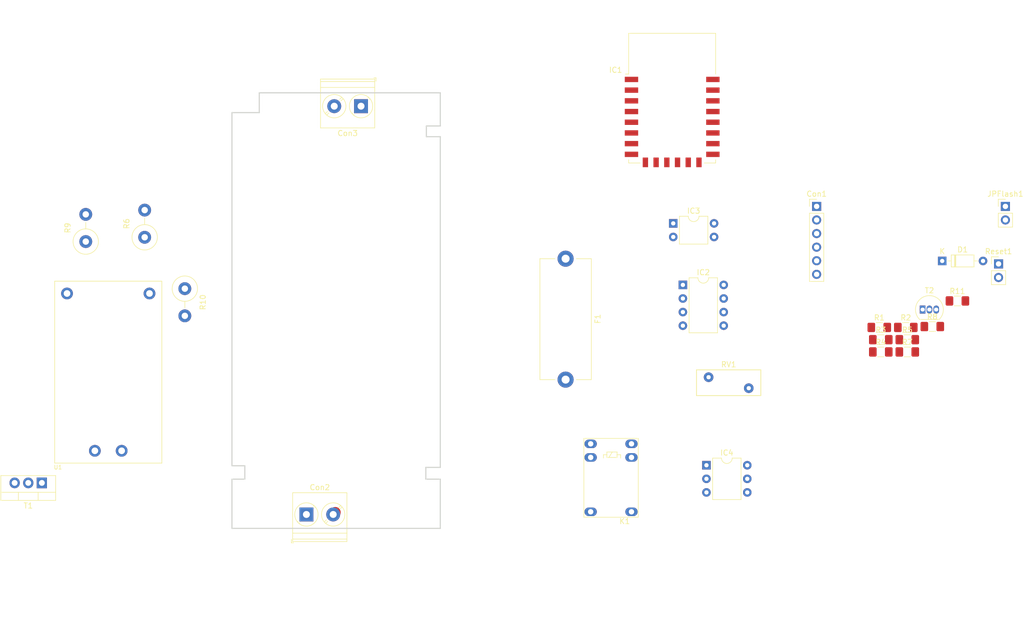
<source format=kicad_pcb>
(kicad_pcb (version 20171130) (host pcbnew "(5.0.1-3-g963ef8bb5)")

  (general
    (thickness 1.6)
    (drawings 485)
    (tracks 1)
    (zones 0)
    (modules 27)
    (nets 44)
  )

  (page A4)
  (layers
    (0 F.Cu signal)
    (31 B.Cu signal)
    (32 B.Adhes user)
    (33 F.Adhes user)
    (34 B.Paste user)
    (35 F.Paste user)
    (36 B.SilkS user)
    (37 F.SilkS user)
    (38 B.Mask user)
    (39 F.Mask user)
    (40 Dwgs.User user)
    (41 Cmts.User user)
    (42 Eco1.User user)
    (43 Eco2.User user)
    (44 Edge.Cuts user)
    (45 Margin user)
    (46 B.CrtYd user)
    (47 F.CrtYd user)
    (48 B.Fab user)
    (49 F.Fab user)
  )

  (setup
    (last_trace_width 0.8)
    (trace_clearance 0.2)
    (zone_clearance 0.508)
    (zone_45_only no)
    (trace_min 0.2)
    (segment_width 0.2)
    (edge_width 0.1)
    (via_size 0.8)
    (via_drill 0.4)
    (via_min_size 0.4)
    (via_min_drill 0.3)
    (uvia_size 0.3)
    (uvia_drill 0.1)
    (uvias_allowed no)
    (uvia_min_size 0.2)
    (uvia_min_drill 0.1)
    (pcb_text_width 0.3)
    (pcb_text_size 1.5 1.5)
    (mod_edge_width 0.15)
    (mod_text_size 1 1)
    (mod_text_width 0.15)
    (pad_size 1.5 1.5)
    (pad_drill 0.6)
    (pad_to_mask_clearance 0)
    (solder_mask_min_width 0.25)
    (aux_axis_origin 0 0)
    (visible_elements FFFFF77F)
    (pcbplotparams
      (layerselection 0x010fc_ffffffff)
      (usegerberextensions false)
      (usegerberattributes false)
      (usegerberadvancedattributes false)
      (creategerberjobfile false)
      (excludeedgelayer true)
      (linewidth 0.100000)
      (plotframeref false)
      (viasonmask false)
      (mode 1)
      (useauxorigin false)
      (hpglpennumber 1)
      (hpglpenspeed 20)
      (hpglpendiameter 15.000000)
      (psnegative false)
      (psa4output false)
      (plotreference true)
      (plotvalue true)
      (plotinvisibletext false)
      (padsonsilk false)
      (subtractmaskfromsilk false)
      (outputformat 1)
      (mirror false)
      (drillshape 1)
      (scaleselection 1)
      (outputdirectory ""))
  )

  (net 0 "")
  (net 1 "Net-(Con1-Pad1)")
  (net 2 "Net-(Con1-Pad2)")
  (net 3 "Net-(Con1-Pad3)")
  (net 4 +3V3)
  (net 5 "Net-(Con1-Pad5)")
  (net 6 GND)
  (net 7 NEUT)
  (net 8 LINE)
  (net 9 "Net-(Con3-Pad2)")
  (net 10 "Net-(D1-Pad2)")
  (net 11 "Net-(IC1-Pad1)")
  (net 12 "Net-(IC1-Pad2)")
  (net 13 "Net-(IC1-Pad3)")
  (net 14 "Net-(IC1-Pad4)")
  (net 15 "Net-(IC1-Pad5)")
  (net 16 "Net-(IC1-Pad6)")
  (net 17 "Net-(IC1-Pad7)")
  (net 18 "Net-(IC1-Pad9)")
  (net 19 "Net-(IC1-Pad10)")
  (net 20 "Net-(IC1-Pad11)")
  (net 21 "Net-(IC1-Pad12)")
  (net 22 "Net-(IC1-Pad13)")
  (net 23 "Net-(IC1-Pad14)")
  (net 24 "Net-(IC1-Pad16)")
  (net 25 "Net-(IC1-Pad17)")
  (net 26 "Net-(IC1-Pad18)")
  (net 27 "Net-(IC1-Pad19)")
  (net 28 "Net-(IC1-Pad20)")
  (net 29 "Net-(IC2-Pad1)")
  (net 30 "Net-(IC2-Pad2)")
  (net 31 "Net-(IC2-Pad3)")
  (net 32 "Net-(IC2-Pad7)")
  (net 33 "Net-(IC3-Pad1)")
  (net 34 "Net-(IC3-Pad2)")
  (net 35 "Net-(IC4-Pad1)")
  (net 36 "Net-(IC4-Pad4)")
  (net 37 "Net-(IC4-Pad5)")
  (net 38 "Net-(IC4-Pad3)")
  (net 39 "Net-(IC4-Pad6)")
  (net 40 "Net-(K1-Pad7)")
  (net 41 HT)
  (net 42 "Net-(R11-Pad1)")
  (net 43 "Net-(Con2-Pad2)")

  (net_class Default "Dit is de standaard class."
    (clearance 0.2)
    (trace_width 0.8)
    (via_dia 0.8)
    (via_drill 0.4)
    (uvia_dia 0.3)
    (uvia_drill 0.1)
    (add_net +3V3)
    (add_net GND)
    (add_net "Net-(Con2-Pad2)")
    (add_net "Net-(D1-Pad2)")
    (add_net "Net-(IC1-Pad1)")
    (add_net "Net-(IC1-Pad10)")
    (add_net "Net-(IC1-Pad11)")
    (add_net "Net-(IC1-Pad12)")
    (add_net "Net-(IC1-Pad13)")
    (add_net "Net-(IC1-Pad14)")
    (add_net "Net-(IC1-Pad16)")
    (add_net "Net-(IC1-Pad17)")
    (add_net "Net-(IC1-Pad18)")
    (add_net "Net-(IC1-Pad19)")
    (add_net "Net-(IC1-Pad2)")
    (add_net "Net-(IC1-Pad20)")
    (add_net "Net-(IC1-Pad3)")
    (add_net "Net-(IC1-Pad4)")
    (add_net "Net-(IC1-Pad5)")
    (add_net "Net-(IC1-Pad6)")
    (add_net "Net-(IC1-Pad7)")
    (add_net "Net-(IC1-Pad9)")
    (add_net "Net-(IC2-Pad1)")
    (add_net "Net-(IC2-Pad2)")
    (add_net "Net-(IC2-Pad3)")
    (add_net "Net-(IC2-Pad7)")
    (add_net "Net-(IC4-Pad1)")
    (add_net "Net-(IC4-Pad3)")
    (add_net "Net-(IC4-Pad4)")
    (add_net "Net-(IC4-Pad5)")
    (add_net "Net-(K1-Pad7)")
    (add_net "Net-(R11-Pad1)")
  )

  (net_class "230V stuurstroom" ""
    (clearance 0.5)
    (trace_width 1)
    (via_dia 1.5)
    (via_drill 0.8)
    (uvia_dia 0.3)
    (uvia_drill 0.1)
    (add_net "Net-(IC3-Pad1)")
    (add_net "Net-(IC3-Pad2)")
    (add_net "Net-(IC4-Pad6)")
  )

  (net_class 230VAC ""
    (clearance 0.75)
    (trace_width 2)
    (via_dia 1.5)
    (via_drill 0.8)
    (uvia_dia 0.3)
    (uvia_drill 0.1)
    (add_net LINE)
    (add_net NEUT)
    (add_net "Net-(Con1-Pad1)")
    (add_net "Net-(Con1-Pad2)")
    (add_net "Net-(Con1-Pad3)")
    (add_net "Net-(Con1-Pad5)")
  )

  (net_class HT ""
    (clearance 0.75)
    (trace_width 1.5)
    (via_dia 1.5)
    (via_drill 0.8)
    (uvia_dia 0.3)
    (uvia_drill 0.1)
    (add_net HT)
    (add_net "Net-(Con3-Pad2)")
  )

  (module TerminalBlock_Phoenix:TerminalBlock_Phoenix_PT-1,5-2-5.0-H_1x02_P5.00mm_Horizontal (layer F.Cu) (tedit 5B294F69) (tstamp 5BD22E6D)
    (at 93.5 47.3 180)
    (descr "Terminal Block Phoenix PT-1,5-2-5.0-H, 2 pins, pitch 5mm, size 10x9mm^2, drill diamater 1.3mm, pad diameter 2.6mm, see http://www.mouser.com/ds/2/324/ItemDetail_1935161-922578.pdf, script-generated using https://github.com/pointhi/kicad-footprint-generator/scripts/TerminalBlock_Phoenix")
    (tags "THT Terminal Block Phoenix PT-1,5-2-5.0-H pitch 5mm size 10x9mm^2 drill 1.3mm pad 2.6mm")
    (path /5BCD3E4D)
    (fp_text reference Con3 (at 2.5 -5.06 180) (layer F.SilkS)
      (effects (font (size 1 1) (thickness 0.15)))
    )
    (fp_text value out (at 2.5 6.06 180) (layer F.Fab)
      (effects (font (size 1 1) (thickness 0.15)))
    )
    (fp_text user %R (at 2.5 2.9 180) (layer F.Fab)
      (effects (font (size 1 1) (thickness 0.15)))
    )
    (fp_line (start 8 -4.5) (end -3 -4.5) (layer F.CrtYd) (width 0.05))
    (fp_line (start 8 5.5) (end 8 -4.5) (layer F.CrtYd) (width 0.05))
    (fp_line (start -3 5.5) (end 8 5.5) (layer F.CrtYd) (width 0.05))
    (fp_line (start -3 -4.5) (end -3 5.5) (layer F.CrtYd) (width 0.05))
    (fp_line (start -2.8 5.3) (end -2.4 5.3) (layer F.SilkS) (width 0.12))
    (fp_line (start -2.8 4.66) (end -2.8 5.3) (layer F.SilkS) (width 0.12))
    (fp_line (start 3.742 0.992) (end 3.347 1.388) (layer F.SilkS) (width 0.12))
    (fp_line (start 6.388 -1.654) (end 6.008 -1.274) (layer F.SilkS) (width 0.12))
    (fp_line (start 3.993 1.274) (end 3.613 1.654) (layer F.SilkS) (width 0.12))
    (fp_line (start 6.654 -1.388) (end 6.259 -0.992) (layer F.SilkS) (width 0.12))
    (fp_line (start 6.273 -1.517) (end 3.484 1.273) (layer F.Fab) (width 0.1))
    (fp_line (start 6.517 -1.273) (end 3.728 1.517) (layer F.Fab) (width 0.1))
    (fp_line (start -1.548 1.281) (end -1.654 1.388) (layer F.SilkS) (width 0.12))
    (fp_line (start 1.388 -1.654) (end 1.281 -1.547) (layer F.SilkS) (width 0.12))
    (fp_line (start -1.282 1.547) (end -1.388 1.654) (layer F.SilkS) (width 0.12))
    (fp_line (start 1.654 -1.388) (end 1.547 -1.281) (layer F.SilkS) (width 0.12))
    (fp_line (start 1.273 -1.517) (end -1.517 1.273) (layer F.Fab) (width 0.1))
    (fp_line (start 1.517 -1.273) (end -1.273 1.517) (layer F.Fab) (width 0.1))
    (fp_line (start 7.56 -4.06) (end 7.56 5.06) (layer F.SilkS) (width 0.12))
    (fp_line (start -2.56 -4.06) (end -2.56 5.06) (layer F.SilkS) (width 0.12))
    (fp_line (start -2.56 5.06) (end 7.56 5.06) (layer F.SilkS) (width 0.12))
    (fp_line (start -2.56 -4.06) (end 7.56 -4.06) (layer F.SilkS) (width 0.12))
    (fp_line (start -2.56 3.5) (end 7.56 3.5) (layer F.SilkS) (width 0.12))
    (fp_line (start -2.5 3.5) (end 7.5 3.5) (layer F.Fab) (width 0.1))
    (fp_line (start -2.56 4.6) (end 7.56 4.6) (layer F.SilkS) (width 0.12))
    (fp_line (start -2.5 4.6) (end 7.5 4.6) (layer F.Fab) (width 0.1))
    (fp_line (start -2.5 4.6) (end -2.5 -4) (layer F.Fab) (width 0.1))
    (fp_line (start -2.1 5) (end -2.5 4.6) (layer F.Fab) (width 0.1))
    (fp_line (start 7.5 5) (end -2.1 5) (layer F.Fab) (width 0.1))
    (fp_line (start 7.5 -4) (end 7.5 5) (layer F.Fab) (width 0.1))
    (fp_line (start -2.5 -4) (end 7.5 -4) (layer F.Fab) (width 0.1))
    (fp_circle (center 5 0) (end 7.18 0) (layer F.SilkS) (width 0.12))
    (fp_circle (center 5 0) (end 7 0) (layer F.Fab) (width 0.1))
    (fp_circle (center 0 0) (end 2.18 0) (layer F.SilkS) (width 0.12))
    (fp_circle (center 0 0) (end 2 0) (layer F.Fab) (width 0.1))
    (pad 2 thru_hole circle (at 5 0 180) (size 2.6 2.6) (drill 1.3) (layers *.Cu *.Mask)
      (net 9 "Net-(Con3-Pad2)"))
    (pad 1 thru_hole rect (at 0 0 180) (size 2.6 2.6) (drill 1.3) (layers *.Cu *.Mask)
      (net 7 NEUT))
    (model ${KISYS3DMOD}/TerminalBlock_Phoenix.3dshapes/TerminalBlock_Phoenix_MKDS1.5-2pol.wrl
      (offset (xyz 2.5 0 0))
      (scale (xyz 1 1 1))
      (rotate (xyz 0 0 0))
    )
  )

  (module Connector_PinHeader_2.54mm:PinHeader_1x06_P2.54mm_Vertical (layer F.Cu) (tedit 59FED5CC) (tstamp 5BD22E19)
    (at 178.575001 66.025001)
    (descr "Through hole straight pin header, 1x06, 2.54mm pitch, single row")
    (tags "Through hole pin header THT 1x06 2.54mm single row")
    (path /5BCCF95E)
    (fp_text reference Con1 (at 0 -2.33) (layer F.SilkS)
      (effects (font (size 1 1) (thickness 0.15)))
    )
    (fp_text value Serial (at 0 15.03) (layer F.Fab)
      (effects (font (size 1 1) (thickness 0.15)))
    )
    (fp_line (start -0.635 -1.27) (end 1.27 -1.27) (layer F.Fab) (width 0.1))
    (fp_line (start 1.27 -1.27) (end 1.27 13.97) (layer F.Fab) (width 0.1))
    (fp_line (start 1.27 13.97) (end -1.27 13.97) (layer F.Fab) (width 0.1))
    (fp_line (start -1.27 13.97) (end -1.27 -0.635) (layer F.Fab) (width 0.1))
    (fp_line (start -1.27 -0.635) (end -0.635 -1.27) (layer F.Fab) (width 0.1))
    (fp_line (start -1.33 14.03) (end 1.33 14.03) (layer F.SilkS) (width 0.12))
    (fp_line (start -1.33 1.27) (end -1.33 14.03) (layer F.SilkS) (width 0.12))
    (fp_line (start 1.33 1.27) (end 1.33 14.03) (layer F.SilkS) (width 0.12))
    (fp_line (start -1.33 1.27) (end 1.33 1.27) (layer F.SilkS) (width 0.12))
    (fp_line (start -1.33 0) (end -1.33 -1.33) (layer F.SilkS) (width 0.12))
    (fp_line (start -1.33 -1.33) (end 0 -1.33) (layer F.SilkS) (width 0.12))
    (fp_line (start -1.8 -1.8) (end -1.8 14.5) (layer F.CrtYd) (width 0.05))
    (fp_line (start -1.8 14.5) (end 1.8 14.5) (layer F.CrtYd) (width 0.05))
    (fp_line (start 1.8 14.5) (end 1.8 -1.8) (layer F.CrtYd) (width 0.05))
    (fp_line (start 1.8 -1.8) (end -1.8 -1.8) (layer F.CrtYd) (width 0.05))
    (fp_text user %R (at 0 6.35 90) (layer F.Fab)
      (effects (font (size 1 1) (thickness 0.15)))
    )
    (pad 1 thru_hole rect (at 0 0) (size 1.7 1.7) (drill 1) (layers *.Cu *.Mask)
      (net 1 "Net-(Con1-Pad1)"))
    (pad 2 thru_hole oval (at 0 2.54) (size 1.7 1.7) (drill 1) (layers *.Cu *.Mask)
      (net 2 "Net-(Con1-Pad2)"))
    (pad 3 thru_hole oval (at 0 5.08) (size 1.7 1.7) (drill 1) (layers *.Cu *.Mask)
      (net 3 "Net-(Con1-Pad3)"))
    (pad 4 thru_hole oval (at 0 7.62) (size 1.7 1.7) (drill 1) (layers *.Cu *.Mask)
      (net 4 +3V3))
    (pad 5 thru_hole oval (at 0 10.16) (size 1.7 1.7) (drill 1) (layers *.Cu *.Mask)
      (net 5 "Net-(Con1-Pad5)"))
    (pad 6 thru_hole oval (at 0 12.7) (size 1.7 1.7) (drill 1) (layers *.Cu *.Mask)
      (net 6 GND))
    (model ${KISYS3DMOD}/Connector_PinHeader_2.54mm.3dshapes/PinHeader_1x06_P2.54mm_Vertical.wrl
      (at (xyz 0 0 0))
      (scale (xyz 1 1 1))
      (rotate (xyz 0 0 0))
    )
  )

  (module TerminalBlock_Phoenix:TerminalBlock_Phoenix_PT-1,5-2-5.0-H_1x02_P5.00mm_Horizontal (layer F.Cu) (tedit 5B294F69) (tstamp 5BD22E43)
    (at 83.3 123.6)
    (descr "Terminal Block Phoenix PT-1,5-2-5.0-H, 2 pins, pitch 5mm, size 10x9mm^2, drill diamater 1.3mm, pad diameter 2.6mm, see http://www.mouser.com/ds/2/324/ItemDetail_1935161-922578.pdf, script-generated using https://github.com/pointhi/kicad-footprint-generator/scripts/TerminalBlock_Phoenix")
    (tags "THT Terminal Block Phoenix PT-1,5-2-5.0-H pitch 5mm size 10x9mm^2 drill 1.3mm pad 2.6mm")
    (path /5BCCDFFD)
    (fp_text reference Con2 (at 2.5 -5.06) (layer F.SilkS)
      (effects (font (size 1 1) (thickness 0.15)))
    )
    (fp_text value Net (at 2.5 6.06) (layer F.Fab)
      (effects (font (size 1 1) (thickness 0.15)))
    )
    (fp_circle (center 0 0) (end 2 0) (layer F.Fab) (width 0.1))
    (fp_circle (center 0 0) (end 2.18 0) (layer F.SilkS) (width 0.12))
    (fp_circle (center 5 0) (end 7 0) (layer F.Fab) (width 0.1))
    (fp_circle (center 5 0) (end 7.18 0) (layer F.SilkS) (width 0.12))
    (fp_line (start -2.5 -4) (end 7.5 -4) (layer F.Fab) (width 0.1))
    (fp_line (start 7.5 -4) (end 7.5 5) (layer F.Fab) (width 0.1))
    (fp_line (start 7.5 5) (end -2.1 5) (layer F.Fab) (width 0.1))
    (fp_line (start -2.1 5) (end -2.5 4.6) (layer F.Fab) (width 0.1))
    (fp_line (start -2.5 4.6) (end -2.5 -4) (layer F.Fab) (width 0.1))
    (fp_line (start -2.5 4.6) (end 7.5 4.6) (layer F.Fab) (width 0.1))
    (fp_line (start -2.56 4.6) (end 7.56 4.6) (layer F.SilkS) (width 0.12))
    (fp_line (start -2.5 3.5) (end 7.5 3.5) (layer F.Fab) (width 0.1))
    (fp_line (start -2.56 3.5) (end 7.56 3.5) (layer F.SilkS) (width 0.12))
    (fp_line (start -2.56 -4.06) (end 7.56 -4.06) (layer F.SilkS) (width 0.12))
    (fp_line (start -2.56 5.06) (end 7.56 5.06) (layer F.SilkS) (width 0.12))
    (fp_line (start -2.56 -4.06) (end -2.56 5.06) (layer F.SilkS) (width 0.12))
    (fp_line (start 7.56 -4.06) (end 7.56 5.06) (layer F.SilkS) (width 0.12))
    (fp_line (start 1.517 -1.273) (end -1.273 1.517) (layer F.Fab) (width 0.1))
    (fp_line (start 1.273 -1.517) (end -1.517 1.273) (layer F.Fab) (width 0.1))
    (fp_line (start 1.654 -1.388) (end 1.547 -1.281) (layer F.SilkS) (width 0.12))
    (fp_line (start -1.282 1.547) (end -1.388 1.654) (layer F.SilkS) (width 0.12))
    (fp_line (start 1.388 -1.654) (end 1.281 -1.547) (layer F.SilkS) (width 0.12))
    (fp_line (start -1.548 1.281) (end -1.654 1.388) (layer F.SilkS) (width 0.12))
    (fp_line (start 6.517 -1.273) (end 3.728 1.517) (layer F.Fab) (width 0.1))
    (fp_line (start 6.273 -1.517) (end 3.484 1.273) (layer F.Fab) (width 0.1))
    (fp_line (start 6.654 -1.388) (end 6.259 -0.992) (layer F.SilkS) (width 0.12))
    (fp_line (start 3.993 1.274) (end 3.613 1.654) (layer F.SilkS) (width 0.12))
    (fp_line (start 6.388 -1.654) (end 6.008 -1.274) (layer F.SilkS) (width 0.12))
    (fp_line (start 3.742 0.992) (end 3.347 1.388) (layer F.SilkS) (width 0.12))
    (fp_line (start -2.8 4.66) (end -2.8 5.3) (layer F.SilkS) (width 0.12))
    (fp_line (start -2.8 5.3) (end -2.4 5.3) (layer F.SilkS) (width 0.12))
    (fp_line (start -3 -4.5) (end -3 5.5) (layer F.CrtYd) (width 0.05))
    (fp_line (start -3 5.5) (end 8 5.5) (layer F.CrtYd) (width 0.05))
    (fp_line (start 8 5.5) (end 8 -4.5) (layer F.CrtYd) (width 0.05))
    (fp_line (start 8 -4.5) (end -3 -4.5) (layer F.CrtYd) (width 0.05))
    (fp_text user %R (at 2.5 2.9) (layer F.Fab)
      (effects (font (size 1 1) (thickness 0.15)))
    )
    (pad 1 thru_hole rect (at 0 0) (size 2.6 2.6) (drill 1.3) (layers *.Cu *.Mask)
      (net 7 NEUT))
    (pad 2 thru_hole circle (at 5 0) (size 2.6 2.6) (drill 1.3) (layers *.Cu *.Mask)
      (net 43 "Net-(Con2-Pad2)"))
    (model ${KISYS3DMOD}/TerminalBlock_Phoenix.3dshapes/TerminalBlock_Phoenix_PT-1,5-2-5.0-H_1x02_P5.00mm_Horizontal.wrl
      (at (xyz 0 0 0))
      (scale (xyz 1 1 1))
      (rotate (xyz 0 0 0))
    )
    (model ${KISYS3DMOD}/TerminalBlock_Phoenix.3dshapes/TerminalBlock_Phoenix_MKDS1.5-2pol.wrl
      (offset (xyz 2.5 0 0))
      (scale (xyz 1 1 1))
      (rotate (xyz 0 0 0))
    )
  )

  (module Diode_THT:D_DO-35_SOD27_P7.62mm_Horizontal (layer F.Cu) (tedit 5AE50CD5) (tstamp 5BD22E8C)
    (at 202.025001 76.225001)
    (descr "Diode, DO-35_SOD27 series, Axial, Horizontal, pin pitch=7.62mm, , length*diameter=4*2mm^2, , http://www.diodes.com/_files/packages/DO-35.pdf")
    (tags "Diode DO-35_SOD27 series Axial Horizontal pin pitch 7.62mm  length 4mm diameter 2mm")
    (path /5BD54FB4)
    (fp_text reference D1 (at 3.81 -2.12) (layer F.SilkS)
      (effects (font (size 1 1) (thickness 0.15)))
    )
    (fp_text value 1N4148 (at 3.81 2.12) (layer F.Fab)
      (effects (font (size 1 1) (thickness 0.15)))
    )
    (fp_line (start 1.81 -1) (end 1.81 1) (layer F.Fab) (width 0.1))
    (fp_line (start 1.81 1) (end 5.81 1) (layer F.Fab) (width 0.1))
    (fp_line (start 5.81 1) (end 5.81 -1) (layer F.Fab) (width 0.1))
    (fp_line (start 5.81 -1) (end 1.81 -1) (layer F.Fab) (width 0.1))
    (fp_line (start 0 0) (end 1.81 0) (layer F.Fab) (width 0.1))
    (fp_line (start 7.62 0) (end 5.81 0) (layer F.Fab) (width 0.1))
    (fp_line (start 2.41 -1) (end 2.41 1) (layer F.Fab) (width 0.1))
    (fp_line (start 2.51 -1) (end 2.51 1) (layer F.Fab) (width 0.1))
    (fp_line (start 2.31 -1) (end 2.31 1) (layer F.Fab) (width 0.1))
    (fp_line (start 1.69 -1.12) (end 1.69 1.12) (layer F.SilkS) (width 0.12))
    (fp_line (start 1.69 1.12) (end 5.93 1.12) (layer F.SilkS) (width 0.12))
    (fp_line (start 5.93 1.12) (end 5.93 -1.12) (layer F.SilkS) (width 0.12))
    (fp_line (start 5.93 -1.12) (end 1.69 -1.12) (layer F.SilkS) (width 0.12))
    (fp_line (start 1.04 0) (end 1.69 0) (layer F.SilkS) (width 0.12))
    (fp_line (start 6.58 0) (end 5.93 0) (layer F.SilkS) (width 0.12))
    (fp_line (start 2.41 -1.12) (end 2.41 1.12) (layer F.SilkS) (width 0.12))
    (fp_line (start 2.53 -1.12) (end 2.53 1.12) (layer F.SilkS) (width 0.12))
    (fp_line (start 2.29 -1.12) (end 2.29 1.12) (layer F.SilkS) (width 0.12))
    (fp_line (start -1.05 -1.25) (end -1.05 1.25) (layer F.CrtYd) (width 0.05))
    (fp_line (start -1.05 1.25) (end 8.67 1.25) (layer F.CrtYd) (width 0.05))
    (fp_line (start 8.67 1.25) (end 8.67 -1.25) (layer F.CrtYd) (width 0.05))
    (fp_line (start 8.67 -1.25) (end -1.05 -1.25) (layer F.CrtYd) (width 0.05))
    (fp_text user %R (at 4.11 0) (layer F.Fab)
      (effects (font (size 0.8 0.8) (thickness 0.12)))
    )
    (fp_text user K (at 0 -1.8) (layer F.Fab)
      (effects (font (size 1 1) (thickness 0.15)))
    )
    (fp_text user K (at 0 -1.8) (layer F.SilkS)
      (effects (font (size 1 1) (thickness 0.15)))
    )
    (pad 1 thru_hole rect (at 0 0) (size 1.6 1.6) (drill 0.8) (layers *.Cu *.Mask)
      (net 4 +3V3))
    (pad 2 thru_hole oval (at 7.62 0) (size 1.6 1.6) (drill 0.8) (layers *.Cu *.Mask)
      (net 10 "Net-(D1-Pad2)"))
    (model ${KISYS3DMOD}/Diode_THT.3dshapes/D_DO-35_SOD27_P7.62mm_Horizontal.wrl
      (at (xyz 0 0 0))
      (scale (xyz 1 1 1))
      (rotate (xyz 0 0 0))
    )
  )

  (module RF_Module:ESP-12E locked (layer F.Cu) (tedit 5A030172) (tstamp 5BD253B7)
    (at 151.6 45.8)
    (descr "Wi-Fi Module, http://wiki.ai-thinker.com/_media/esp8266/docs/aithinker_esp_12f_datasheet_en.pdf")
    (tags "Wi-Fi Module")
    (path /5BCC9CFD)
    (attr smd)
    (fp_text reference IC1 (at -10.56 -5.26) (layer F.SilkS)
      (effects (font (size 1 1) (thickness 0.15)))
    )
    (fp_text value ESP-12F (at -0.06 -12.78) (layer F.Fab)
      (effects (font (size 1 1) (thickness 0.15)))
    )
    (fp_text user Antenna (at -0.06 -7 180) (layer Cmts.User)
      (effects (font (size 1 1) (thickness 0.15)))
    )
    (fp_text user "KEEP-OUT ZONE" (at 0.03 -9.55 180) (layer Cmts.User)
      (effects (font (size 1 1) (thickness 0.15)))
    )
    (fp_text user %R (at 0.49 -0.8) (layer F.Fab)
      (effects (font (size 1 1) (thickness 0.15)))
    )
    (fp_line (start -8 -12) (end 8 -12) (layer F.Fab) (width 0.12))
    (fp_line (start 8 -12) (end 8 12) (layer F.Fab) (width 0.12))
    (fp_line (start 8 12) (end -8 12) (layer F.Fab) (width 0.12))
    (fp_line (start -8 12) (end -8 -3) (layer F.Fab) (width 0.12))
    (fp_line (start -8 -3) (end -7.5 -3.5) (layer F.Fab) (width 0.12))
    (fp_line (start -7.5 -3.5) (end -8 -4) (layer F.Fab) (width 0.12))
    (fp_line (start -8 -4) (end -8 -12) (layer F.Fab) (width 0.12))
    (fp_line (start -9.05 -12.2) (end 9.05 -12.2) (layer F.CrtYd) (width 0.05))
    (fp_line (start 9.05 -12.2) (end 9.05 13.1) (layer F.CrtYd) (width 0.05))
    (fp_line (start 9.05 13.1) (end -9.05 13.1) (layer F.CrtYd) (width 0.05))
    (fp_line (start -9.05 13.1) (end -9.05 -12.2) (layer F.CrtYd) (width 0.05))
    (fp_line (start -8.12 -12.12) (end 8.12 -12.12) (layer F.SilkS) (width 0.12))
    (fp_line (start 8.12 -12.12) (end 8.12 -4.5) (layer F.SilkS) (width 0.12))
    (fp_line (start 8.12 11.5) (end 8.12 12.12) (layer F.SilkS) (width 0.12))
    (fp_line (start 8.12 12.12) (end 6 12.12) (layer F.SilkS) (width 0.12))
    (fp_line (start -6 12.12) (end -8.12 12.12) (layer F.SilkS) (width 0.12))
    (fp_line (start -8.12 12.12) (end -8.12 11.5) (layer F.SilkS) (width 0.12))
    (fp_line (start -8.12 -4.5) (end -8.12 -12.12) (layer F.SilkS) (width 0.12))
    (fp_line (start -8.12 -4.5) (end -8.73 -4.5) (layer F.SilkS) (width 0.12))
    (fp_line (start -8.12 -12.12) (end 8.12 -12.12) (layer Dwgs.User) (width 0.12))
    (fp_line (start 8.12 -12.12) (end 8.12 -4.8) (layer Dwgs.User) (width 0.12))
    (fp_line (start 8.12 -4.8) (end -8.12 -4.8) (layer Dwgs.User) (width 0.12))
    (fp_line (start -8.12 -4.8) (end -8.12 -12.12) (layer Dwgs.User) (width 0.12))
    (fp_line (start -8.12 -9.12) (end -5.12 -12.12) (layer Dwgs.User) (width 0.12))
    (fp_line (start -8.12 -6.12) (end -2.12 -12.12) (layer Dwgs.User) (width 0.12))
    (fp_line (start -6.44 -4.8) (end 0.88 -12.12) (layer Dwgs.User) (width 0.12))
    (fp_line (start -3.44 -4.8) (end 3.88 -12.12) (layer Dwgs.User) (width 0.12))
    (fp_line (start -0.44 -4.8) (end 6.88 -12.12) (layer Dwgs.User) (width 0.12))
    (fp_line (start 2.56 -4.8) (end 8.12 -10.36) (layer Dwgs.User) (width 0.12))
    (fp_line (start 5.56 -4.8) (end 8.12 -7.36) (layer Dwgs.User) (width 0.12))
    (pad 1 smd rect (at -7.6 -3.5) (size 2.5 1) (layers F.Cu F.Paste F.Mask)
      (net 11 "Net-(IC1-Pad1)"))
    (pad 2 smd rect (at -7.6 -1.5) (size 2.5 1) (layers F.Cu F.Paste F.Mask)
      (net 12 "Net-(IC1-Pad2)"))
    (pad 3 smd rect (at -7.6 0.5) (size 2.5 1) (layers F.Cu F.Paste F.Mask)
      (net 13 "Net-(IC1-Pad3)"))
    (pad 4 smd rect (at -7.6 2.5) (size 2.5 1) (layers F.Cu F.Paste F.Mask)
      (net 14 "Net-(IC1-Pad4)"))
    (pad 5 smd rect (at -7.6 4.5) (size 2.5 1) (layers F.Cu F.Paste F.Mask)
      (net 15 "Net-(IC1-Pad5)"))
    (pad 6 smd rect (at -7.6 6.5) (size 2.5 1) (layers F.Cu F.Paste F.Mask)
      (net 16 "Net-(IC1-Pad6)"))
    (pad 7 smd rect (at -7.6 8.5) (size 2.5 1) (layers F.Cu F.Paste F.Mask)
      (net 17 "Net-(IC1-Pad7)"))
    (pad 8 smd rect (at -7.6 10.5) (size 2.5 1) (layers F.Cu F.Paste F.Mask)
      (net 4 +3V3))
    (pad 9 smd rect (at -5 12) (size 1 1.8) (layers F.Cu F.Paste F.Mask)
      (net 18 "Net-(IC1-Pad9)"))
    (pad 10 smd rect (at -3 12) (size 1 1.8) (layers F.Cu F.Paste F.Mask)
      (net 19 "Net-(IC1-Pad10)"))
    (pad 11 smd rect (at -1 12) (size 1 1.8) (layers F.Cu F.Paste F.Mask)
      (net 20 "Net-(IC1-Pad11)"))
    (pad 12 smd rect (at 1 12) (size 1 1.8) (layers F.Cu F.Paste F.Mask)
      (net 21 "Net-(IC1-Pad12)"))
    (pad 13 smd rect (at 3 12) (size 1 1.8) (layers F.Cu F.Paste F.Mask)
      (net 22 "Net-(IC1-Pad13)"))
    (pad 14 smd rect (at 5 12) (size 1 1.8) (layers F.Cu F.Paste F.Mask)
      (net 23 "Net-(IC1-Pad14)"))
    (pad 15 smd rect (at 7.6 10.5) (size 2.5 1) (layers F.Cu F.Paste F.Mask)
      (net 6 GND))
    (pad 16 smd rect (at 7.6 8.5) (size 2.5 1) (layers F.Cu F.Paste F.Mask)
      (net 24 "Net-(IC1-Pad16)"))
    (pad 17 smd rect (at 7.6 6.5) (size 2.5 1) (layers F.Cu F.Paste F.Mask)
      (net 25 "Net-(IC1-Pad17)"))
    (pad 18 smd rect (at 7.6 4.5) (size 2.5 1) (layers F.Cu F.Paste F.Mask)
      (net 26 "Net-(IC1-Pad18)"))
    (pad 19 smd rect (at 7.6 2.5) (size 2.5 1) (layers F.Cu F.Paste F.Mask)
      (net 27 "Net-(IC1-Pad19)"))
    (pad 20 smd rect (at 7.6 0.5) (size 2.5 1) (layers F.Cu F.Paste F.Mask)
      (net 28 "Net-(IC1-Pad20)"))
    (pad 21 smd rect (at 7.6 -1.5) (size 2.5 1) (layers F.Cu F.Paste F.Mask)
      (net 3 "Net-(Con1-Pad3)"))
    (pad 22 smd rect (at 7.6 -3.5) (size 2.5 1) (layers F.Cu F.Paste F.Mask)
      (net 2 "Net-(Con1-Pad2)"))
    (model ${KISYS3DMOD}/ESP8266.3dshapes/ESP-12-E-better.wrl
      (offset (xyz -7 3.5 0))
      (scale (xyz 1 1 1))
      (rotate (xyz 0 0 0))
    )
  )

  (module Package_DIP:DIP-8_W7.62mm (layer F.Cu) (tedit 5A02E8C5) (tstamp 5BD22EE3)
    (at 153.6 80.7)
    (descr "8-lead though-hole mounted DIP package, row spacing 7.62 mm (300 mils)")
    (tags "THT DIP DIL PDIP 2.54mm 7.62mm 300mil")
    (path /5BCCC948)
    (fp_text reference IC2 (at 3.81 -2.33) (layer F.SilkS)
      (effects (font (size 1 1) (thickness 0.15)))
    )
    (fp_text value ATtiny85-20PU (at 3.81 9.95) (layer F.Fab)
      (effects (font (size 1 1) (thickness 0.15)))
    )
    (fp_arc (start 3.81 -1.33) (end 2.81 -1.33) (angle -180) (layer F.SilkS) (width 0.12))
    (fp_line (start 1.635 -1.27) (end 6.985 -1.27) (layer F.Fab) (width 0.1))
    (fp_line (start 6.985 -1.27) (end 6.985 8.89) (layer F.Fab) (width 0.1))
    (fp_line (start 6.985 8.89) (end 0.635 8.89) (layer F.Fab) (width 0.1))
    (fp_line (start 0.635 8.89) (end 0.635 -0.27) (layer F.Fab) (width 0.1))
    (fp_line (start 0.635 -0.27) (end 1.635 -1.27) (layer F.Fab) (width 0.1))
    (fp_line (start 2.81 -1.33) (end 1.16 -1.33) (layer F.SilkS) (width 0.12))
    (fp_line (start 1.16 -1.33) (end 1.16 8.95) (layer F.SilkS) (width 0.12))
    (fp_line (start 1.16 8.95) (end 6.46 8.95) (layer F.SilkS) (width 0.12))
    (fp_line (start 6.46 8.95) (end 6.46 -1.33) (layer F.SilkS) (width 0.12))
    (fp_line (start 6.46 -1.33) (end 4.81 -1.33) (layer F.SilkS) (width 0.12))
    (fp_line (start -1.1 -1.55) (end -1.1 9.15) (layer F.CrtYd) (width 0.05))
    (fp_line (start -1.1 9.15) (end 8.7 9.15) (layer F.CrtYd) (width 0.05))
    (fp_line (start 8.7 9.15) (end 8.7 -1.55) (layer F.CrtYd) (width 0.05))
    (fp_line (start 8.7 -1.55) (end -1.1 -1.55) (layer F.CrtYd) (width 0.05))
    (fp_text user %R (at 3.81 3.81) (layer F.Fab)
      (effects (font (size 1 1) (thickness 0.15)))
    )
    (pad 1 thru_hole rect (at 0 0) (size 1.6 1.6) (drill 0.8) (layers *.Cu *.Mask)
      (net 29 "Net-(IC2-Pad1)"))
    (pad 5 thru_hole oval (at 7.62 7.62) (size 1.6 1.6) (drill 0.8) (layers *.Cu *.Mask)
      (net 15 "Net-(IC1-Pad5)"))
    (pad 2 thru_hole oval (at 0 2.54) (size 1.6 1.6) (drill 0.8) (layers *.Cu *.Mask)
      (net 30 "Net-(IC2-Pad2)"))
    (pad 6 thru_hole oval (at 7.62 5.08) (size 1.6 1.6) (drill 0.8) (layers *.Cu *.Mask)
      (net 16 "Net-(IC1-Pad6)"))
    (pad 3 thru_hole oval (at 0 5.08) (size 1.6 1.6) (drill 0.8) (layers *.Cu *.Mask)
      (net 31 "Net-(IC2-Pad3)"))
    (pad 7 thru_hole oval (at 7.62 2.54) (size 1.6 1.6) (drill 0.8) (layers *.Cu *.Mask)
      (net 32 "Net-(IC2-Pad7)"))
    (pad 4 thru_hole oval (at 0 7.62) (size 1.6 1.6) (drill 0.8) (layers *.Cu *.Mask)
      (net 6 GND))
    (pad 8 thru_hole oval (at 7.62 0) (size 1.6 1.6) (drill 0.8) (layers *.Cu *.Mask)
      (net 4 +3V3))
    (model ${KISYS3DMOD}/Package_DIP.3dshapes/DIP-8_W7.62mm.wrl
      (at (xyz 0 0 0))
      (scale (xyz 1 1 1))
      (rotate (xyz 0 0 0))
    )
  )

  (module Package_DIP:DIP-4_W7.62mm (layer F.Cu) (tedit 5A02E8C5) (tstamp 5BD22EFB)
    (at 151.8 69.2)
    (descr "4-lead though-hole mounted DIP package, row spacing 7.62 mm (300 mils)")
    (tags "THT DIP DIL PDIP 2.54mm 7.62mm 300mil")
    (path /5BCCCC74)
    (fp_text reference IC3 (at 3.81 -2.33) (layer F.SilkS)
      (effects (font (size 1 1) (thickness 0.15)))
    )
    (fp_text value SFH620A-1 (at 3.81 7.124999) (layer F.Fab)
      (effects (font (size 1 1) (thickness 0.15)))
    )
    (fp_arc (start 3.81 -1.33) (end 2.81 -1.33) (angle -180) (layer F.SilkS) (width 0.12))
    (fp_line (start 1.635 -1.27) (end 6.985 -1.27) (layer F.Fab) (width 0.1))
    (fp_line (start 6.985 -1.27) (end 6.985 3.81) (layer F.Fab) (width 0.1))
    (fp_line (start 6.985 3.81) (end 0.635 3.81) (layer F.Fab) (width 0.1))
    (fp_line (start 0.635 3.81) (end 0.635 -0.27) (layer F.Fab) (width 0.1))
    (fp_line (start 0.635 -0.27) (end 1.635 -1.27) (layer F.Fab) (width 0.1))
    (fp_line (start 2.81 -1.33) (end 1.16 -1.33) (layer F.SilkS) (width 0.12))
    (fp_line (start 1.16 -1.33) (end 1.16 3.87) (layer F.SilkS) (width 0.12))
    (fp_line (start 1.16 3.87) (end 6.46 3.87) (layer F.SilkS) (width 0.12))
    (fp_line (start 6.46 3.87) (end 6.46 -1.33) (layer F.SilkS) (width 0.12))
    (fp_line (start 6.46 -1.33) (end 4.81 -1.33) (layer F.SilkS) (width 0.12))
    (fp_line (start -1.1 -1.55) (end -1.1 4.1) (layer F.CrtYd) (width 0.05))
    (fp_line (start -1.1 4.1) (end 8.7 4.1) (layer F.CrtYd) (width 0.05))
    (fp_line (start 8.7 4.1) (end 8.7 -1.55) (layer F.CrtYd) (width 0.05))
    (fp_line (start 8.7 -1.55) (end -1.1 -1.55) (layer F.CrtYd) (width 0.05))
    (fp_text user %R (at 3.81 1.27) (layer F.Fab)
      (effects (font (size 1 1) (thickness 0.15)))
    )
    (pad 1 thru_hole rect (at 0 0) (size 1.6 1.6) (drill 0.8) (layers *.Cu *.Mask)
      (net 33 "Net-(IC3-Pad1)"))
    (pad 3 thru_hole oval (at 7.62 2.54) (size 1.6 1.6) (drill 0.8) (layers *.Cu *.Mask)
      (net 6 GND))
    (pad 2 thru_hole oval (at 0 2.54) (size 1.6 1.6) (drill 0.8) (layers *.Cu *.Mask)
      (net 34 "Net-(IC3-Pad2)"))
    (pad 4 thru_hole oval (at 7.62 0) (size 1.6 1.6) (drill 0.8) (layers *.Cu *.Mask)
      (net 32 "Net-(IC2-Pad7)"))
    (model ${KISYS3DMOD}/Package_DIP.3dshapes/DIP-4_W7.62mm.wrl
      (at (xyz 0 0 0))
      (scale (xyz 1 1 1))
      (rotate (xyz 0 0 0))
    )
  )

  (module Package_DIP:DIP-6_W7.62mm (layer F.Cu) (tedit 5A02E8C5) (tstamp 5BD259B7)
    (at 158 114.4)
    (descr "6-lead though-hole mounted DIP package, row spacing 7.62 mm (300 mils)")
    (tags "THT DIP DIL PDIP 2.54mm 7.62mm 300mil")
    (path /5BCCCED7)
    (fp_text reference IC4 (at 3.81 -2.33) (layer F.SilkS)
      (effects (font (size 1 1) (thickness 0.15)))
    )
    (fp_text value MOC3021M (at 3.81 7.41) (layer F.Fab)
      (effects (font (size 1 1) (thickness 0.15)))
    )
    (fp_arc (start 3.81 -1.33) (end 2.81 -1.33) (angle -180) (layer F.SilkS) (width 0.12))
    (fp_line (start 1.635 -1.27) (end 6.985 -1.27) (layer F.Fab) (width 0.1))
    (fp_line (start 6.985 -1.27) (end 6.985 6.35) (layer F.Fab) (width 0.1))
    (fp_line (start 6.985 6.35) (end 0.635 6.35) (layer F.Fab) (width 0.1))
    (fp_line (start 0.635 6.35) (end 0.635 -0.27) (layer F.Fab) (width 0.1))
    (fp_line (start 0.635 -0.27) (end 1.635 -1.27) (layer F.Fab) (width 0.1))
    (fp_line (start 2.81 -1.33) (end 1.16 -1.33) (layer F.SilkS) (width 0.12))
    (fp_line (start 1.16 -1.33) (end 1.16 6.41) (layer F.SilkS) (width 0.12))
    (fp_line (start 1.16 6.41) (end 6.46 6.41) (layer F.SilkS) (width 0.12))
    (fp_line (start 6.46 6.41) (end 6.46 -1.33) (layer F.SilkS) (width 0.12))
    (fp_line (start 6.46 -1.33) (end 4.81 -1.33) (layer F.SilkS) (width 0.12))
    (fp_line (start -1.1 -1.55) (end -1.1 6.6) (layer F.CrtYd) (width 0.05))
    (fp_line (start -1.1 6.6) (end 8.7 6.6) (layer F.CrtYd) (width 0.05))
    (fp_line (start 8.7 6.6) (end 8.7 -1.55) (layer F.CrtYd) (width 0.05))
    (fp_line (start 8.7 -1.55) (end -1.1 -1.55) (layer F.CrtYd) (width 0.05))
    (fp_text user %R (at 3.81 2.54) (layer F.Fab)
      (effects (font (size 1 1) (thickness 0.15)))
    )
    (pad 1 thru_hole rect (at 0 0) (size 1.6 1.6) (drill 0.8) (layers *.Cu *.Mask)
      (net 35 "Net-(IC4-Pad1)"))
    (pad 4 thru_hole oval (at 7.62 5.08) (size 1.6 1.6) (drill 0.8) (layers *.Cu *.Mask)
      (net 36 "Net-(IC4-Pad4)"))
    (pad 2 thru_hole oval (at 0 2.54) (size 1.6 1.6) (drill 0.8) (layers *.Cu *.Mask)
      (net 6 GND))
    (pad 5 thru_hole oval (at 7.62 2.54) (size 1.6 1.6) (drill 0.8) (layers *.Cu *.Mask)
      (net 37 "Net-(IC4-Pad5)"))
    (pad 3 thru_hole oval (at 0 5.08) (size 1.6 1.6) (drill 0.8) (layers *.Cu *.Mask)
      (net 38 "Net-(IC4-Pad3)"))
    (pad 6 thru_hole oval (at 7.62 0) (size 1.6 1.6) (drill 0.8) (layers *.Cu *.Mask)
      (net 39 "Net-(IC4-Pad6)"))
    (model ${KISYS3DMOD}/Package_DIP.3dshapes/DIP-6_W7.62mm.wrl
      (at (xyz 0 0 0))
      (scale (xyz 1 1 1))
      (rotate (xyz 0 0 0))
    )
  )

  (module Connector_PinHeader_2.54mm:PinHeader_1x02_P2.54mm_Vertical (layer F.Cu) (tedit 59FED5CC) (tstamp 5BD22F2B)
    (at 213.825001 66.025001)
    (descr "Through hole straight pin header, 1x02, 2.54mm pitch, single row")
    (tags "Through hole pin header THT 1x02 2.54mm single row")
    (path /5BCCD7B8)
    (fp_text reference JPFlash1 (at 0 -2.33) (layer F.SilkS)
      (effects (font (size 1 1) (thickness 0.15)))
    )
    (fp_text value Jumper (at 0 4.87) (layer F.Fab)
      (effects (font (size 1 1) (thickness 0.15)))
    )
    (fp_text user %R (at 0 1.27 90) (layer F.Fab)
      (effects (font (size 1 1) (thickness 0.15)))
    )
    (fp_line (start 1.8 -1.8) (end -1.8 -1.8) (layer F.CrtYd) (width 0.05))
    (fp_line (start 1.8 4.35) (end 1.8 -1.8) (layer F.CrtYd) (width 0.05))
    (fp_line (start -1.8 4.35) (end 1.8 4.35) (layer F.CrtYd) (width 0.05))
    (fp_line (start -1.8 -1.8) (end -1.8 4.35) (layer F.CrtYd) (width 0.05))
    (fp_line (start -1.33 -1.33) (end 0 -1.33) (layer F.SilkS) (width 0.12))
    (fp_line (start -1.33 0) (end -1.33 -1.33) (layer F.SilkS) (width 0.12))
    (fp_line (start -1.33 1.27) (end 1.33 1.27) (layer F.SilkS) (width 0.12))
    (fp_line (start 1.33 1.27) (end 1.33 3.87) (layer F.SilkS) (width 0.12))
    (fp_line (start -1.33 1.27) (end -1.33 3.87) (layer F.SilkS) (width 0.12))
    (fp_line (start -1.33 3.87) (end 1.33 3.87) (layer F.SilkS) (width 0.12))
    (fp_line (start -1.27 -0.635) (end -0.635 -1.27) (layer F.Fab) (width 0.1))
    (fp_line (start -1.27 3.81) (end -1.27 -0.635) (layer F.Fab) (width 0.1))
    (fp_line (start 1.27 3.81) (end -1.27 3.81) (layer F.Fab) (width 0.1))
    (fp_line (start 1.27 -1.27) (end 1.27 3.81) (layer F.Fab) (width 0.1))
    (fp_line (start -0.635 -1.27) (end 1.27 -1.27) (layer F.Fab) (width 0.1))
    (pad 2 thru_hole oval (at 0 2.54) (size 1.7 1.7) (drill 1) (layers *.Cu *.Mask)
      (net 6 GND))
    (pad 1 thru_hole rect (at 0 0) (size 1.7 1.7) (drill 1) (layers *.Cu *.Mask)
      (net 26 "Net-(IC1-Pad18)"))
    (model ${KISYS3DMOD}/Connector_PinHeader_2.54mm.3dshapes/PinHeader_1x02_P2.54mm_Vertical.wrl
      (at (xyz 0 0 0))
      (scale (xyz 1 1 1))
      (rotate (xyz 0 0 0))
    )
  )

  (module Relay_THT:Relay_SPDT_HJR-4102 (layer F.Cu) (tedit 58FA2D90) (tstamp 5BD22F4B)
    (at 144 123.1 180)
    (descr "IM Signal Relay SPDT HJR-4102")
    (tags "Relay SPDT IM-relay HJR-4102")
    (path /5BCF702B)
    (fp_text reference K1 (at 1.27 -1.778 180) (layer F.SilkS)
      (effects (font (size 1 1) (thickness 0.15)))
    )
    (fp_text value TIANBO-HJR-4102-L (at 4.064 14.732 180) (layer F.Fab)
      (effects (font (size 1 1) (thickness 0.15)))
    )
    (fp_text user %R (at 3.81 6.35 180) (layer F.Fab)
      (effects (font (size 1 1) (thickness 0.15)))
    )
    (fp_line (start 8.89 -1.016) (end 8.89 13.716) (layer F.SilkS) (width 0.12))
    (fp_line (start 8.89 13.716) (end -1.27 13.716) (layer F.SilkS) (width 0.12))
    (fp_line (start -1.27 13.716) (end -1.27 -1.016) (layer F.SilkS) (width 0.12))
    (fp_line (start -1.5 -1.25) (end 9.15 -1.25) (layer F.CrtYd) (width 0.05))
    (fp_line (start 9.15 -1.25) (end 9.15 13.85) (layer F.CrtYd) (width 0.05))
    (fp_line (start 9.15 13.95) (end -1.5 13.95) (layer F.CrtYd) (width 0.05))
    (fp_line (start -1.5 13.85) (end -1.5 -1.25) (layer F.CrtYd) (width 0.05))
    (fp_line (start -1.27 -1.016) (end 8.89 -1.016) (layer F.SilkS) (width 0.12))
    (fp_line (start -1.016 -0.762) (end 8.636 -0.762) (layer F.Fab) (width 0.1))
    (fp_line (start 8.636 -0.762) (end 8.636 13.462) (layer F.Fab) (width 0.1))
    (fp_line (start 8.636 13.462) (end -1.016 13.462) (layer F.Fab) (width 0.1))
    (fp_line (start -1.016 13.462) (end -1.016 -0.762) (layer F.Fab) (width 0.1))
    (fp_line (start 4.216 10.16) (end 3.581 11.176) (layer F.SilkS) (width 0.12))
    (fp_line (start 2.032 10.033) (end 2.032 10.668) (layer F.SilkS) (width 0.12))
    (fp_line (start 2.032 10.668) (end 2.692 10.668) (layer F.SilkS) (width 0.12))
    (fp_line (start 5.232 10.033) (end 5.232 10.668) (layer F.SilkS) (width 0.12))
    (fp_line (start 5.232 10.668) (end 4.597 10.668) (layer F.SilkS) (width 0.12))
    (fp_line (start 4.597 10.16) (end 2.692 10.16) (layer F.SilkS) (width 0.12))
    (fp_line (start 2.692 10.16) (end 2.692 11.176) (layer F.SilkS) (width 0.12))
    (fp_line (start 2.692 11.176) (end 4.597 11.176) (layer F.SilkS) (width 0.12))
    (fp_line (start 4.597 10.16) (end 4.597 11.176) (layer F.SilkS) (width 0.12))
    (pad 12 thru_hole oval (at 7.62 0 180) (size 2.3 1.6) (drill 1) (layers *.Cu *.Mask)
      (net 8 LINE))
    (pad 8 thru_hole oval (at 7.62 10.16 180) (size 2.3 1.6) (drill 1) (layers *.Cu *.Mask)
      (net 10 "Net-(D1-Pad2)"))
    (pad 1 thru_hole oval (at 0 0 180) (size 2.3 1.6) (drill 1) (layers *.Cu *.Mask))
    (pad 5 thru_hole oval (at 0 10.16 180) (size 2.3 1.6) (drill 1) (layers *.Cu *.Mask)
      (net 4 +3V3))
    (pad 7 thru_hole oval (at 7.62 12.7 180) (size 2.3 1.6) (drill 1) (layers *.Cu *.Mask)
      (net 40 "Net-(K1-Pad7)"))
    (pad 6 thru_hole oval (at 0 12.7 180) (size 2.3 1.6) (drill 1) (layers *.Cu *.Mask)
      (net 41 HT))
    (model ${KISYS3DMOD}/Relay_THT.3dshapes/Relay_SPDT_HJR-4102.wrl
      (at (xyz 0 0 0))
      (scale (xyz 1 1 1))
      (rotate (xyz 0 0 0))
    )
  )

  (module Resistor_SMD:R_1206_3216Metric_Pad1.42x1.75mm_HandSolder (layer F.Cu) (tedit 5B301BBD) (tstamp 5BD22F5C)
    (at 190.275001 88.645001)
    (descr "Resistor SMD 1206 (3216 Metric), square (rectangular) end terminal, IPC_7351 nominal with elongated pad for handsoldering. (Body size source: http://www.tortai-tech.com/upload/download/2011102023233369053.pdf), generated with kicad-footprint-generator")
    (tags "resistor handsolder")
    (path /5BCC9DCB)
    (attr smd)
    (fp_text reference R1 (at 0 -1.82) (layer F.SilkS)
      (effects (font (size 1 1) (thickness 0.15)))
    )
    (fp_text value 10K (at 0 1.82) (layer F.Fab)
      (effects (font (size 1 1) (thickness 0.15)))
    )
    (fp_line (start -1.6 0.8) (end -1.6 -0.8) (layer F.Fab) (width 0.1))
    (fp_line (start -1.6 -0.8) (end 1.6 -0.8) (layer F.Fab) (width 0.1))
    (fp_line (start 1.6 -0.8) (end 1.6 0.8) (layer F.Fab) (width 0.1))
    (fp_line (start 1.6 0.8) (end -1.6 0.8) (layer F.Fab) (width 0.1))
    (fp_line (start -0.602064 -0.91) (end 0.602064 -0.91) (layer F.SilkS) (width 0.12))
    (fp_line (start -0.602064 0.91) (end 0.602064 0.91) (layer F.SilkS) (width 0.12))
    (fp_line (start -2.45 1.12) (end -2.45 -1.12) (layer F.CrtYd) (width 0.05))
    (fp_line (start -2.45 -1.12) (end 2.45 -1.12) (layer F.CrtYd) (width 0.05))
    (fp_line (start 2.45 -1.12) (end 2.45 1.12) (layer F.CrtYd) (width 0.05))
    (fp_line (start 2.45 1.12) (end -2.45 1.12) (layer F.CrtYd) (width 0.05))
    (fp_text user %R (at 0 0) (layer F.Fab)
      (effects (font (size 0.8 0.8) (thickness 0.12)))
    )
    (pad 1 smd roundrect (at -1.4875 0) (size 1.425 1.75) (layers F.Cu F.Paste F.Mask) (roundrect_rratio 0.175439)
      (net 4 +3V3))
    (pad 2 smd roundrect (at 1.4875 0) (size 1.425 1.75) (layers F.Cu F.Paste F.Mask) (roundrect_rratio 0.175439)
      (net 13 "Net-(IC1-Pad3)"))
    (model ${KISYS3DMOD}/Resistor_SMD.3dshapes/R_1206_3216Metric.wrl
      (at (xyz 0 0 0))
      (scale (xyz 1 1 1))
      (rotate (xyz 0 0 0))
    )
  )

  (module Resistor_SMD:R_1206_3216Metric_Pad1.42x1.75mm_HandSolder (layer F.Cu) (tedit 5B301BBD) (tstamp 5BD22F6D)
    (at 195.225001 88.645001)
    (descr "Resistor SMD 1206 (3216 Metric), square (rectangular) end terminal, IPC_7351 nominal with elongated pad for handsoldering. (Body size source: http://www.tortai-tech.com/upload/download/2011102023233369053.pdf), generated with kicad-footprint-generator")
    (tags "resistor handsolder")
    (path /5BCCA1F7)
    (attr smd)
    (fp_text reference R2 (at 0 -1.82) (layer F.SilkS)
      (effects (font (size 1 1) (thickness 0.15)))
    )
    (fp_text value 10K (at 0 1.82) (layer F.Fab)
      (effects (font (size 1 1) (thickness 0.15)))
    )
    (fp_text user %R (at 0 0) (layer F.Fab)
      (effects (font (size 0.8 0.8) (thickness 0.12)))
    )
    (fp_line (start 2.45 1.12) (end -2.45 1.12) (layer F.CrtYd) (width 0.05))
    (fp_line (start 2.45 -1.12) (end 2.45 1.12) (layer F.CrtYd) (width 0.05))
    (fp_line (start -2.45 -1.12) (end 2.45 -1.12) (layer F.CrtYd) (width 0.05))
    (fp_line (start -2.45 1.12) (end -2.45 -1.12) (layer F.CrtYd) (width 0.05))
    (fp_line (start -0.602064 0.91) (end 0.602064 0.91) (layer F.SilkS) (width 0.12))
    (fp_line (start -0.602064 -0.91) (end 0.602064 -0.91) (layer F.SilkS) (width 0.12))
    (fp_line (start 1.6 0.8) (end -1.6 0.8) (layer F.Fab) (width 0.1))
    (fp_line (start 1.6 -0.8) (end 1.6 0.8) (layer F.Fab) (width 0.1))
    (fp_line (start -1.6 -0.8) (end 1.6 -0.8) (layer F.Fab) (width 0.1))
    (fp_line (start -1.6 0.8) (end -1.6 -0.8) (layer F.Fab) (width 0.1))
    (pad 2 smd roundrect (at 1.4875 0) (size 1.425 1.75) (layers F.Cu F.Paste F.Mask) (roundrect_rratio 0.175439)
      (net 11 "Net-(IC1-Pad1)"))
    (pad 1 smd roundrect (at -1.4875 0) (size 1.425 1.75) (layers F.Cu F.Paste F.Mask) (roundrect_rratio 0.175439)
      (net 4 +3V3))
    (model ${KISYS3DMOD}/Resistor_SMD.3dshapes/R_1206_3216Metric.wrl
      (at (xyz 0 0 0))
      (scale (xyz 1 1 1))
      (rotate (xyz 0 0 0))
    )
  )

  (module Resistor_SMD:R_1206_3216Metric_Pad1.42x1.75mm_HandSolder (layer F.Cu) (tedit 5B301BBD) (tstamp 5BD22F7E)
    (at 190.555001 90.935001)
    (descr "Resistor SMD 1206 (3216 Metric), square (rectangular) end terminal, IPC_7351 nominal with elongated pad for handsoldering. (Body size source: http://www.tortai-tech.com/upload/download/2011102023233369053.pdf), generated with kicad-footprint-generator")
    (tags "resistor handsolder")
    (path /5BCCA3DE)
    (attr smd)
    (fp_text reference R3 (at 0 -1.82) (layer F.SilkS)
      (effects (font (size 1 1) (thickness 0.15)))
    )
    (fp_text value 10K (at 0 1.82) (layer F.Fab)
      (effects (font (size 1 1) (thickness 0.15)))
    )
    (fp_text user %R (at 0 0) (layer F.Fab)
      (effects (font (size 0.8 0.8) (thickness 0.12)))
    )
    (fp_line (start 2.45 1.12) (end -2.45 1.12) (layer F.CrtYd) (width 0.05))
    (fp_line (start 2.45 -1.12) (end 2.45 1.12) (layer F.CrtYd) (width 0.05))
    (fp_line (start -2.45 -1.12) (end 2.45 -1.12) (layer F.CrtYd) (width 0.05))
    (fp_line (start -2.45 1.12) (end -2.45 -1.12) (layer F.CrtYd) (width 0.05))
    (fp_line (start -0.602064 0.91) (end 0.602064 0.91) (layer F.SilkS) (width 0.12))
    (fp_line (start -0.602064 -0.91) (end 0.602064 -0.91) (layer F.SilkS) (width 0.12))
    (fp_line (start 1.6 0.8) (end -1.6 0.8) (layer F.Fab) (width 0.1))
    (fp_line (start 1.6 -0.8) (end 1.6 0.8) (layer F.Fab) (width 0.1))
    (fp_line (start -1.6 -0.8) (end 1.6 -0.8) (layer F.Fab) (width 0.1))
    (fp_line (start -1.6 0.8) (end -1.6 -0.8) (layer F.Fab) (width 0.1))
    (pad 2 smd roundrect (at 1.4875 0) (size 1.425 1.75) (layers F.Cu F.Paste F.Mask) (roundrect_rratio 0.175439)
      (net 26 "Net-(IC1-Pad18)"))
    (pad 1 smd roundrect (at -1.4875 0) (size 1.425 1.75) (layers F.Cu F.Paste F.Mask) (roundrect_rratio 0.175439)
      (net 4 +3V3))
    (model ${KISYS3DMOD}/Resistor_SMD.3dshapes/R_1206_3216Metric.wrl
      (at (xyz 0 0 0))
      (scale (xyz 1 1 1))
      (rotate (xyz 0 0 0))
    )
  )

  (module Resistor_SMD:R_1206_3216Metric_Pad1.42x1.75mm_HandSolder (layer F.Cu) (tedit 5B301BBD) (tstamp 5BD22F8F)
    (at 190.555001 93.225001)
    (descr "Resistor SMD 1206 (3216 Metric), square (rectangular) end terminal, IPC_7351 nominal with elongated pad for handsoldering. (Body size source: http://www.tortai-tech.com/upload/download/2011102023233369053.pdf), generated with kicad-footprint-generator")
    (tags "resistor handsolder")
    (path /5BCCA2A3)
    (attr smd)
    (fp_text reference R4 (at 0 -1.82) (layer F.SilkS)
      (effects (font (size 1 1) (thickness 0.15)))
    )
    (fp_text value 10K (at 0 1.82) (layer F.Fab)
      (effects (font (size 1 1) (thickness 0.15)))
    )
    (fp_line (start -1.6 0.8) (end -1.6 -0.8) (layer F.Fab) (width 0.1))
    (fp_line (start -1.6 -0.8) (end 1.6 -0.8) (layer F.Fab) (width 0.1))
    (fp_line (start 1.6 -0.8) (end 1.6 0.8) (layer F.Fab) (width 0.1))
    (fp_line (start 1.6 0.8) (end -1.6 0.8) (layer F.Fab) (width 0.1))
    (fp_line (start -0.602064 -0.91) (end 0.602064 -0.91) (layer F.SilkS) (width 0.12))
    (fp_line (start -0.602064 0.91) (end 0.602064 0.91) (layer F.SilkS) (width 0.12))
    (fp_line (start -2.45 1.12) (end -2.45 -1.12) (layer F.CrtYd) (width 0.05))
    (fp_line (start -2.45 -1.12) (end 2.45 -1.12) (layer F.CrtYd) (width 0.05))
    (fp_line (start 2.45 -1.12) (end 2.45 1.12) (layer F.CrtYd) (width 0.05))
    (fp_line (start 2.45 1.12) (end -2.45 1.12) (layer F.CrtYd) (width 0.05))
    (fp_text user %R (at 0 0) (layer F.Fab)
      (effects (font (size 0.8 0.8) (thickness 0.12)))
    )
    (pad 1 smd roundrect (at -1.4875 0) (size 1.425 1.75) (layers F.Cu F.Paste F.Mask) (roundrect_rratio 0.175439)
      (net 4 +3V3))
    (pad 2 smd roundrect (at 1.4875 0) (size 1.425 1.75) (layers F.Cu F.Paste F.Mask) (roundrect_rratio 0.175439)
      (net 25 "Net-(IC1-Pad17)"))
    (model ${KISYS3DMOD}/Resistor_SMD.3dshapes/R_1206_3216Metric.wrl
      (at (xyz 0 0 0))
      (scale (xyz 1 1 1))
      (rotate (xyz 0 0 0))
    )
  )

  (module Resistor_SMD:R_1206_3216Metric_Pad1.42x1.75mm_HandSolder (layer F.Cu) (tedit 5B301BBD) (tstamp 5BD22FA0)
    (at 195.505001 90.935001)
    (descr "Resistor SMD 1206 (3216 Metric), square (rectangular) end terminal, IPC_7351 nominal with elongated pad for handsoldering. (Body size source: http://www.tortai-tech.com/upload/download/2011102023233369053.pdf), generated with kicad-footprint-generator")
    (tags "resistor handsolder")
    (path /5BCCAED9)
    (attr smd)
    (fp_text reference R5 (at 0 -1.82) (layer F.SilkS)
      (effects (font (size 1 1) (thickness 0.15)))
    )
    (fp_text value 10K (at 0 1.82) (layer F.Fab)
      (effects (font (size 1 1) (thickness 0.15)))
    )
    (fp_line (start -1.6 0.8) (end -1.6 -0.8) (layer F.Fab) (width 0.1))
    (fp_line (start -1.6 -0.8) (end 1.6 -0.8) (layer F.Fab) (width 0.1))
    (fp_line (start 1.6 -0.8) (end 1.6 0.8) (layer F.Fab) (width 0.1))
    (fp_line (start 1.6 0.8) (end -1.6 0.8) (layer F.Fab) (width 0.1))
    (fp_line (start -0.602064 -0.91) (end 0.602064 -0.91) (layer F.SilkS) (width 0.12))
    (fp_line (start -0.602064 0.91) (end 0.602064 0.91) (layer F.SilkS) (width 0.12))
    (fp_line (start -2.45 1.12) (end -2.45 -1.12) (layer F.CrtYd) (width 0.05))
    (fp_line (start -2.45 -1.12) (end 2.45 -1.12) (layer F.CrtYd) (width 0.05))
    (fp_line (start 2.45 -1.12) (end 2.45 1.12) (layer F.CrtYd) (width 0.05))
    (fp_line (start 2.45 1.12) (end -2.45 1.12) (layer F.CrtYd) (width 0.05))
    (fp_text user %R (at 0 0) (layer F.Fab)
      (effects (font (size 0.8 0.8) (thickness 0.12)))
    )
    (pad 1 smd roundrect (at -1.4875 0) (size 1.425 1.75) (layers F.Cu F.Paste F.Mask) (roundrect_rratio 0.175439)
      (net 24 "Net-(IC1-Pad16)"))
    (pad 2 smd roundrect (at 1.4875 0) (size 1.425 1.75) (layers F.Cu F.Paste F.Mask) (roundrect_rratio 0.175439)
      (net 6 GND))
    (model ${KISYS3DMOD}/Resistor_SMD.3dshapes/R_1206_3216Metric.wrl
      (at (xyz 0 0 0))
      (scale (xyz 1 1 1))
      (rotate (xyz 0 0 0))
    )
  )

  (module Resistor_THT:R_Axial_DIN0414_L11.9mm_D4.5mm_P5.08mm_Vertical (layer F.Cu) (tedit 5AE5139B) (tstamp 5BD22FAF)
    (at 53.1 71.8 90)
    (descr "Resistor, Axial_DIN0414 series, Axial, Vertical, pin pitch=5.08mm, 2W, length*diameter=11.9*4.5mm^2, http://www.vishay.com/docs/20128/wkxwrx.pdf")
    (tags "Resistor Axial_DIN0414 series Axial Vertical pin pitch 5.08mm 2W length 11.9mm diameter 4.5mm")
    (path /5BCDB744)
    (fp_text reference R6 (at 2.54 -3.37 90) (layer F.SilkS)
      (effects (font (size 1 1) (thickness 0.15)))
    )
    (fp_text value 1K/1W (at 2.54 3.37 90) (layer F.Fab)
      (effects (font (size 1 1) (thickness 0.15)))
    )
    (fp_circle (center 0 0) (end 2.25 0) (layer F.Fab) (width 0.1))
    (fp_circle (center 0 0) (end 2.37 0) (layer F.SilkS) (width 0.12))
    (fp_line (start 0 0) (end 5.08 0) (layer F.Fab) (width 0.1))
    (fp_line (start 2.37 0) (end 3.58 0) (layer F.SilkS) (width 0.12))
    (fp_line (start -2.5 -2.5) (end -2.5 2.5) (layer F.CrtYd) (width 0.05))
    (fp_line (start -2.5 2.5) (end 6.53 2.5) (layer F.CrtYd) (width 0.05))
    (fp_line (start 6.53 2.5) (end 6.53 -2.5) (layer F.CrtYd) (width 0.05))
    (fp_line (start 6.53 -2.5) (end -2.5 -2.5) (layer F.CrtYd) (width 0.05))
    (fp_text user %R (at 2.54 -3.37 90) (layer F.Fab)
      (effects (font (size 1 1) (thickness 0.15)))
    )
    (pad 1 thru_hole circle (at 0 0 90) (size 2.4 2.4) (drill 1.2) (layers *.Cu *.Mask)
      (net 41 HT))
    (pad 2 thru_hole oval (at 5.08 0 90) (size 2.4 2.4) (drill 1.2) (layers *.Cu *.Mask)
      (net 39 "Net-(IC4-Pad6)"))
    (model ${KISYS3DMOD}/Resistor_THT.3dshapes/R_Axial_DIN0414_L11.9mm_D4.5mm_P5.08mm_Vertical.wrl
      (at (xyz 0 0 0))
      (scale (xyz 1 1 1))
      (rotate (xyz 0 0 0))
    )
  )

  (module Resistor_SMD:R_1206_3216Metric_Pad1.42x1.75mm_HandSolder (layer F.Cu) (tedit 5B301BBD) (tstamp 5BD22FC0)
    (at 195.505001 93.225001)
    (descr "Resistor SMD 1206 (3216 Metric), square (rectangular) end terminal, IPC_7351 nominal with elongated pad for handsoldering. (Body size source: http://www.tortai-tech.com/upload/download/2011102023233369053.pdf), generated with kicad-footprint-generator")
    (tags "resistor handsolder")
    (path /5BCE0AC6)
    (attr smd)
    (fp_text reference R7 (at 0 -1.82) (layer F.SilkS)
      (effects (font (size 1 1) (thickness 0.15)))
    )
    (fp_text value 470 (at 0 1.82) (layer F.Fab)
      (effects (font (size 1 1) (thickness 0.15)))
    )
    (fp_text user %R (at 0 0) (layer F.Fab)
      (effects (font (size 0.8 0.8) (thickness 0.12)))
    )
    (fp_line (start 2.45 1.12) (end -2.45 1.12) (layer F.CrtYd) (width 0.05))
    (fp_line (start 2.45 -1.12) (end 2.45 1.12) (layer F.CrtYd) (width 0.05))
    (fp_line (start -2.45 -1.12) (end 2.45 -1.12) (layer F.CrtYd) (width 0.05))
    (fp_line (start -2.45 1.12) (end -2.45 -1.12) (layer F.CrtYd) (width 0.05))
    (fp_line (start -0.602064 0.91) (end 0.602064 0.91) (layer F.SilkS) (width 0.12))
    (fp_line (start -0.602064 -0.91) (end 0.602064 -0.91) (layer F.SilkS) (width 0.12))
    (fp_line (start 1.6 0.8) (end -1.6 0.8) (layer F.Fab) (width 0.1))
    (fp_line (start 1.6 -0.8) (end 1.6 0.8) (layer F.Fab) (width 0.1))
    (fp_line (start -1.6 -0.8) (end 1.6 -0.8) (layer F.Fab) (width 0.1))
    (fp_line (start -1.6 0.8) (end -1.6 -0.8) (layer F.Fab) (width 0.1))
    (pad 2 smd roundrect (at 1.4875 0) (size 1.425 1.75) (layers F.Cu F.Paste F.Mask) (roundrect_rratio 0.175439)
      (net 30 "Net-(IC2-Pad2)"))
    (pad 1 smd roundrect (at -1.4875 0) (size 1.425 1.75) (layers F.Cu F.Paste F.Mask) (roundrect_rratio 0.175439)
      (net 35 "Net-(IC4-Pad1)"))
    (model ${KISYS3DMOD}/Resistor_SMD.3dshapes/R_1206_3216Metric.wrl
      (at (xyz 0 0 0))
      (scale (xyz 1 1 1))
      (rotate (xyz 0 0 0))
    )
  )

  (module Resistor_SMD:R_1206_3216Metric_Pad1.42x1.75mm_HandSolder (layer F.Cu) (tedit 5B301BBD) (tstamp 5BD22FD1)
    (at 200.175001 88.485001)
    (descr "Resistor SMD 1206 (3216 Metric), square (rectangular) end terminal, IPC_7351 nominal with elongated pad for handsoldering. (Body size source: http://www.tortai-tech.com/upload/download/2011102023233369053.pdf), generated with kicad-footprint-generator")
    (tags "resistor handsolder")
    (path /5BCE7343)
    (attr smd)
    (fp_text reference R8 (at 0 -1.82) (layer F.SilkS)
      (effects (font (size 1 1) (thickness 0.15)))
    )
    (fp_text value 10K (at 0 1.82) (layer F.Fab)
      (effects (font (size 1 1) (thickness 0.15)))
    )
    (fp_line (start -1.6 0.8) (end -1.6 -0.8) (layer F.Fab) (width 0.1))
    (fp_line (start -1.6 -0.8) (end 1.6 -0.8) (layer F.Fab) (width 0.1))
    (fp_line (start 1.6 -0.8) (end 1.6 0.8) (layer F.Fab) (width 0.1))
    (fp_line (start 1.6 0.8) (end -1.6 0.8) (layer F.Fab) (width 0.1))
    (fp_line (start -0.602064 -0.91) (end 0.602064 -0.91) (layer F.SilkS) (width 0.12))
    (fp_line (start -0.602064 0.91) (end 0.602064 0.91) (layer F.SilkS) (width 0.12))
    (fp_line (start -2.45 1.12) (end -2.45 -1.12) (layer F.CrtYd) (width 0.05))
    (fp_line (start -2.45 -1.12) (end 2.45 -1.12) (layer F.CrtYd) (width 0.05))
    (fp_line (start 2.45 -1.12) (end 2.45 1.12) (layer F.CrtYd) (width 0.05))
    (fp_line (start 2.45 1.12) (end -2.45 1.12) (layer F.CrtYd) (width 0.05))
    (fp_text user %R (at 0 0) (layer F.Fab)
      (effects (font (size 0.8 0.8) (thickness 0.12)))
    )
    (pad 1 smd roundrect (at -1.4875 0) (size 1.425 1.75) (layers F.Cu F.Paste F.Mask) (roundrect_rratio 0.175439)
      (net 32 "Net-(IC2-Pad7)"))
    (pad 2 smd roundrect (at 1.4875 0) (size 1.425 1.75) (layers F.Cu F.Paste F.Mask) (roundrect_rratio 0.175439)
      (net 4 +3V3))
    (model ${KISYS3DMOD}/Resistor_SMD.3dshapes/R_1206_3216Metric.wrl
      (at (xyz 0 0 0))
      (scale (xyz 1 1 1))
      (rotate (xyz 0 0 0))
    )
  )

  (module Resistor_THT:R_Axial_DIN0414_L11.9mm_D4.5mm_P5.08mm_Vertical (layer F.Cu) (tedit 5AE5139B) (tstamp 5BD22FE0)
    (at 42.1 72.6 90)
    (descr "Resistor, Axial_DIN0414 series, Axial, Vertical, pin pitch=5.08mm, 2W, length*diameter=11.9*4.5mm^2, http://www.vishay.com/docs/20128/wkxwrx.pdf")
    (tags "Resistor Axial_DIN0414 series Axial Vertical pin pitch 5.08mm 2W length 11.9mm diameter 4.5mm")
    (path /5BCEE74A)
    (fp_text reference R9 (at 2.54 -3.37 90) (layer F.SilkS)
      (effects (font (size 1 1) (thickness 0.15)))
    )
    (fp_text value 47K/1W (at 2.54 3.37 90) (layer F.Fab)
      (effects (font (size 1 1) (thickness 0.15)))
    )
    (fp_circle (center 0 0) (end 2.25 0) (layer F.Fab) (width 0.1))
    (fp_circle (center 0 0) (end 2.37 0) (layer F.SilkS) (width 0.12))
    (fp_line (start 0 0) (end 5.08 0) (layer F.Fab) (width 0.1))
    (fp_line (start 2.37 0) (end 3.58 0) (layer F.SilkS) (width 0.12))
    (fp_line (start -2.5 -2.5) (end -2.5 2.5) (layer F.CrtYd) (width 0.05))
    (fp_line (start -2.5 2.5) (end 6.53 2.5) (layer F.CrtYd) (width 0.05))
    (fp_line (start 6.53 2.5) (end 6.53 -2.5) (layer F.CrtYd) (width 0.05))
    (fp_line (start 6.53 -2.5) (end -2.5 -2.5) (layer F.CrtYd) (width 0.05))
    (fp_text user %R (at 2.54 -3.37 90) (layer F.Fab)
      (effects (font (size 1 1) (thickness 0.15)))
    )
    (pad 1 thru_hole circle (at 0 0 90) (size 2.4 2.4) (drill 1.2) (layers *.Cu *.Mask)
      (net 33 "Net-(IC3-Pad1)"))
    (pad 2 thru_hole oval (at 5.08 0 90) (size 2.4 2.4) (drill 1.2) (layers *.Cu *.Mask)
      (net 41 HT))
    (model ${KISYS3DMOD}/Resistor_THT.3dshapes/R_Axial_DIN0414_L11.9mm_D4.5mm_P5.08mm_Vertical.wrl
      (at (xyz 0 0 0))
      (scale (xyz 1 1 1))
      (rotate (xyz 0 0 0))
    )
  )

  (module Resistor_THT:R_Axial_DIN0414_L11.9mm_D4.5mm_P5.08mm_Vertical (layer F.Cu) (tedit 5AE5139B) (tstamp 5BD22FEF)
    (at 60.6 81.4 270)
    (descr "Resistor, Axial_DIN0414 series, Axial, Vertical, pin pitch=5.08mm, 2W, length*diameter=11.9*4.5mm^2, http://www.vishay.com/docs/20128/wkxwrx.pdf")
    (tags "Resistor Axial_DIN0414 series Axial Vertical pin pitch 5.08mm 2W length 11.9mm diameter 4.5mm")
    (path /5BCEE563)
    (fp_text reference R10 (at 2.54 -3.37 270) (layer F.SilkS)
      (effects (font (size 1 1) (thickness 0.15)))
    )
    (fp_text value 47K/1W (at 2.54 3.37 270) (layer F.Fab)
      (effects (font (size 1 1) (thickness 0.15)))
    )
    (fp_text user %R (at 2.54 -3.37 270) (layer F.Fab)
      (effects (font (size 1 1) (thickness 0.15)))
    )
    (fp_line (start 6.53 -2.5) (end -2.5 -2.5) (layer F.CrtYd) (width 0.05))
    (fp_line (start 6.53 2.5) (end 6.53 -2.5) (layer F.CrtYd) (width 0.05))
    (fp_line (start -2.5 2.5) (end 6.53 2.5) (layer F.CrtYd) (width 0.05))
    (fp_line (start -2.5 -2.5) (end -2.5 2.5) (layer F.CrtYd) (width 0.05))
    (fp_line (start 2.37 0) (end 3.58 0) (layer F.SilkS) (width 0.12))
    (fp_line (start 0 0) (end 5.08 0) (layer F.Fab) (width 0.1))
    (fp_circle (center 0 0) (end 2.37 0) (layer F.SilkS) (width 0.12))
    (fp_circle (center 0 0) (end 2.25 0) (layer F.Fab) (width 0.1))
    (pad 2 thru_hole oval (at 5.08 0 270) (size 2.4 2.4) (drill 1.2) (layers *.Cu *.Mask)
      (net 7 NEUT))
    (pad 1 thru_hole circle (at 0 0 270) (size 2.4 2.4) (drill 1.2) (layers *.Cu *.Mask)
      (net 34 "Net-(IC3-Pad2)"))
    (model ${KISYS3DMOD}/Resistor_THT.3dshapes/R_Axial_DIN0414_L11.9mm_D4.5mm_P5.08mm_Vertical.wrl
      (at (xyz 0 0 0))
      (scale (xyz 1 1 1))
      (rotate (xyz 0 0 0))
    )
  )

  (module Resistor_SMD:R_1206_3216Metric_Pad1.42x1.75mm_HandSolder (layer F.Cu) (tedit 5B301BBD) (tstamp 5BD23000)
    (at 204.865001 83.695001)
    (descr "Resistor SMD 1206 (3216 Metric), square (rectangular) end terminal, IPC_7351 nominal with elongated pad for handsoldering. (Body size source: http://www.tortai-tech.com/upload/download/2011102023233369053.pdf), generated with kicad-footprint-generator")
    (tags "resistor handsolder")
    (path /5BD1757D)
    (attr smd)
    (fp_text reference R11 (at 0 -1.82) (layer F.SilkS)
      (effects (font (size 1 1) (thickness 0.15)))
    )
    (fp_text value 1K5 (at 0 1.82) (layer F.Fab)
      (effects (font (size 1 1) (thickness 0.15)))
    )
    (fp_text user %R (at 0 0) (layer F.Fab)
      (effects (font (size 0.8 0.8) (thickness 0.12)))
    )
    (fp_line (start 2.45 1.12) (end -2.45 1.12) (layer F.CrtYd) (width 0.05))
    (fp_line (start 2.45 -1.12) (end 2.45 1.12) (layer F.CrtYd) (width 0.05))
    (fp_line (start -2.45 -1.12) (end 2.45 -1.12) (layer F.CrtYd) (width 0.05))
    (fp_line (start -2.45 1.12) (end -2.45 -1.12) (layer F.CrtYd) (width 0.05))
    (fp_line (start -0.602064 0.91) (end 0.602064 0.91) (layer F.SilkS) (width 0.12))
    (fp_line (start -0.602064 -0.91) (end 0.602064 -0.91) (layer F.SilkS) (width 0.12))
    (fp_line (start 1.6 0.8) (end -1.6 0.8) (layer F.Fab) (width 0.1))
    (fp_line (start 1.6 -0.8) (end 1.6 0.8) (layer F.Fab) (width 0.1))
    (fp_line (start -1.6 -0.8) (end 1.6 -0.8) (layer F.Fab) (width 0.1))
    (fp_line (start -1.6 0.8) (end -1.6 -0.8) (layer F.Fab) (width 0.1))
    (pad 2 smd roundrect (at 1.4875 0) (size 1.425 1.75) (layers F.Cu F.Paste F.Mask) (roundrect_rratio 0.175439)
      (net 14 "Net-(IC1-Pad4)"))
    (pad 1 smd roundrect (at -1.4875 0) (size 1.425 1.75) (layers F.Cu F.Paste F.Mask) (roundrect_rratio 0.175439)
      (net 42 "Net-(R11-Pad1)"))
    (model ${KISYS3DMOD}/Resistor_SMD.3dshapes/R_1206_3216Metric.wrl
      (at (xyz 0 0 0))
      (scale (xyz 1 1 1))
      (rotate (xyz 0 0 0))
    )
  )

  (module Connector_PinHeader_2.54mm:PinHeader_1x02_P2.54mm_Vertical (layer F.Cu) (tedit 59FED5CC) (tstamp 5BD23016)
    (at 212.545001 76.775001)
    (descr "Through hole straight pin header, 1x02, 2.54mm pitch, single row")
    (tags "Through hole pin header THT 1x02 2.54mm single row")
    (path /5BCCCC59)
    (fp_text reference Reset1 (at 0 -2.33) (layer F.SilkS)
      (effects (font (size 1 1) (thickness 0.15)))
    )
    (fp_text value Jumper (at 0 4.87) (layer F.Fab)
      (effects (font (size 1 1) (thickness 0.15)))
    )
    (fp_line (start -0.635 -1.27) (end 1.27 -1.27) (layer F.Fab) (width 0.1))
    (fp_line (start 1.27 -1.27) (end 1.27 3.81) (layer F.Fab) (width 0.1))
    (fp_line (start 1.27 3.81) (end -1.27 3.81) (layer F.Fab) (width 0.1))
    (fp_line (start -1.27 3.81) (end -1.27 -0.635) (layer F.Fab) (width 0.1))
    (fp_line (start -1.27 -0.635) (end -0.635 -1.27) (layer F.Fab) (width 0.1))
    (fp_line (start -1.33 3.87) (end 1.33 3.87) (layer F.SilkS) (width 0.12))
    (fp_line (start -1.33 1.27) (end -1.33 3.87) (layer F.SilkS) (width 0.12))
    (fp_line (start 1.33 1.27) (end 1.33 3.87) (layer F.SilkS) (width 0.12))
    (fp_line (start -1.33 1.27) (end 1.33 1.27) (layer F.SilkS) (width 0.12))
    (fp_line (start -1.33 0) (end -1.33 -1.33) (layer F.SilkS) (width 0.12))
    (fp_line (start -1.33 -1.33) (end 0 -1.33) (layer F.SilkS) (width 0.12))
    (fp_line (start -1.8 -1.8) (end -1.8 4.35) (layer F.CrtYd) (width 0.05))
    (fp_line (start -1.8 4.35) (end 1.8 4.35) (layer F.CrtYd) (width 0.05))
    (fp_line (start 1.8 4.35) (end 1.8 -1.8) (layer F.CrtYd) (width 0.05))
    (fp_line (start 1.8 -1.8) (end -1.8 -1.8) (layer F.CrtYd) (width 0.05))
    (fp_text user %R (at 0 1.27 90) (layer F.Fab)
      (effects (font (size 1 1) (thickness 0.15)))
    )
    (pad 1 thru_hole rect (at 0 0) (size 1.7 1.7) (drill 1) (layers *.Cu *.Mask)
      (net 11 "Net-(IC1-Pad1)"))
    (pad 2 thru_hole oval (at 0 2.54) (size 1.7 1.7) (drill 1) (layers *.Cu *.Mask)
      (net 6 GND))
    (model ${KISYS3DMOD}/Connector_PinHeader_2.54mm.3dshapes/PinHeader_1x02_P2.54mm_Vertical.wrl
      (at (xyz 0 0 0))
      (scale (xyz 1 1 1))
      (rotate (xyz 0 0 0))
    )
  )

  (module Package_TO_SOT_THT:TO-220-3_Vertical (layer F.Cu) (tedit 5AC8BA0D) (tstamp 5BD23030)
    (at 33.9 117.7 180)
    (descr "TO-220-3, Vertical, RM 2.54mm, see https://www.vishay.com/docs/66542/to-220-1.pdf")
    (tags "TO-220-3 Vertical RM 2.54mm")
    (path /5BCCD211)
    (fp_text reference T1 (at 2.54 -4.27 180) (layer F.SilkS)
      (effects (font (size 1 1) (thickness 0.15)))
    )
    (fp_text value BTA16-600C (at 2.54 2.5 180) (layer F.Fab)
      (effects (font (size 1 1) (thickness 0.15)))
    )
    (fp_line (start -2.46 -3.15) (end -2.46 1.25) (layer F.Fab) (width 0.1))
    (fp_line (start -2.46 1.25) (end 7.54 1.25) (layer F.Fab) (width 0.1))
    (fp_line (start 7.54 1.25) (end 7.54 -3.15) (layer F.Fab) (width 0.1))
    (fp_line (start 7.54 -3.15) (end -2.46 -3.15) (layer F.Fab) (width 0.1))
    (fp_line (start -2.46 -1.88) (end 7.54 -1.88) (layer F.Fab) (width 0.1))
    (fp_line (start 0.69 -3.15) (end 0.69 -1.88) (layer F.Fab) (width 0.1))
    (fp_line (start 4.39 -3.15) (end 4.39 -1.88) (layer F.Fab) (width 0.1))
    (fp_line (start -2.58 -3.27) (end 7.66 -3.27) (layer F.SilkS) (width 0.12))
    (fp_line (start -2.58 1.371) (end 7.66 1.371) (layer F.SilkS) (width 0.12))
    (fp_line (start -2.58 -3.27) (end -2.58 1.371) (layer F.SilkS) (width 0.12))
    (fp_line (start 7.66 -3.27) (end 7.66 1.371) (layer F.SilkS) (width 0.12))
    (fp_line (start -2.58 -1.76) (end 7.66 -1.76) (layer F.SilkS) (width 0.12))
    (fp_line (start 0.69 -3.27) (end 0.69 -1.76) (layer F.SilkS) (width 0.12))
    (fp_line (start 4.391 -3.27) (end 4.391 -1.76) (layer F.SilkS) (width 0.12))
    (fp_line (start -2.71 -3.4) (end -2.71 1.51) (layer F.CrtYd) (width 0.05))
    (fp_line (start -2.71 1.51) (end 7.79 1.51) (layer F.CrtYd) (width 0.05))
    (fp_line (start 7.79 1.51) (end 7.79 -3.4) (layer F.CrtYd) (width 0.05))
    (fp_line (start 7.79 -3.4) (end -2.71 -3.4) (layer F.CrtYd) (width 0.05))
    (fp_text user %R (at 2.54 -4.27 180) (layer F.Fab)
      (effects (font (size 1 1) (thickness 0.15)))
    )
    (pad 1 thru_hole rect (at 0 0 180) (size 1.905 2) (drill 1.1) (layers *.Cu *.Mask)
      (net 41 HT))
    (pad 2 thru_hole oval (at 2.54 0 180) (size 1.905 2) (drill 1.1) (layers *.Cu *.Mask)
      (net 9 "Net-(Con3-Pad2)"))
    (pad 3 thru_hole oval (at 5.08 0 180) (size 1.905 2) (drill 1.1) (layers *.Cu *.Mask)
      (net 36 "Net-(IC4-Pad4)"))
    (model ${KISYS3DMOD}/Package_TO_SOT_THT.3dshapes/TO-220-3_Vertical.wrl
      (at (xyz 0 0 0))
      (scale (xyz 1 1 1))
      (rotate (xyz 0 0 0))
    )
  )

  (module Package_TO_SOT_THT:TO-92_Inline (layer F.Cu) (tedit 5A1DD157) (tstamp 5BD23042)
    (at 198.365001 85.305001)
    (descr "TO-92 leads in-line, narrow, oval pads, drill 0.75mm (see NXP sot054_po.pdf)")
    (tags "to-92 sc-43 sc-43a sot54 PA33 transistor")
    (path /5BD1D03B)
    (fp_text reference T2 (at 1.27 -3.56) (layer F.SilkS)
      (effects (font (size 1 1) (thickness 0.15)))
    )
    (fp_text value 2N3904 (at 1.27 2.79) (layer F.Fab)
      (effects (font (size 1 1) (thickness 0.15)))
    )
    (fp_text user %R (at 1.27 -3.56) (layer F.Fab)
      (effects (font (size 1 1) (thickness 0.15)))
    )
    (fp_line (start -0.53 1.85) (end 3.07 1.85) (layer F.SilkS) (width 0.12))
    (fp_line (start -0.5 1.75) (end 3 1.75) (layer F.Fab) (width 0.1))
    (fp_line (start -1.46 -2.73) (end 4 -2.73) (layer F.CrtYd) (width 0.05))
    (fp_line (start -1.46 -2.73) (end -1.46 2.01) (layer F.CrtYd) (width 0.05))
    (fp_line (start 4 2.01) (end 4 -2.73) (layer F.CrtYd) (width 0.05))
    (fp_line (start 4 2.01) (end -1.46 2.01) (layer F.CrtYd) (width 0.05))
    (fp_arc (start 1.27 0) (end 1.27 -2.48) (angle 135) (layer F.Fab) (width 0.1))
    (fp_arc (start 1.27 0) (end 1.27 -2.6) (angle -135) (layer F.SilkS) (width 0.12))
    (fp_arc (start 1.27 0) (end 1.27 -2.48) (angle -135) (layer F.Fab) (width 0.1))
    (fp_arc (start 1.27 0) (end 1.27 -2.6) (angle 135) (layer F.SilkS) (width 0.12))
    (pad 2 thru_hole oval (at 1.27 0) (size 1.05 1.5) (drill 0.75) (layers *.Cu *.Mask)
      (net 42 "Net-(R11-Pad1)"))
    (pad 3 thru_hole oval (at 2.54 0) (size 1.05 1.5) (drill 0.75) (layers *.Cu *.Mask)
      (net 10 "Net-(D1-Pad2)"))
    (pad 1 thru_hole rect (at 0 0) (size 1.05 1.5) (drill 0.75) (layers *.Cu *.Mask)
      (net 6 GND))
    (model ${KISYS3DMOD}/Package_TO_SOT_THT.3dshapes/TO-92_Inline.wrl
      (at (xyz 0 0 0))
      (scale (xyz 1 1 1))
      (rotate (xyz 0 0 0))
    )
  )

  (module Power_Supply:HLK-PM03 locked (layer F.Cu) (tedit 58C3763E) (tstamp 5BD2304E)
    (at 46.3 97 90)
    (path /5BCCC39F)
    (fp_text reference U1 (at -17.78 -9.398 180) (layer F.SilkS)
      (effects (font (size 0.762 0.762) (thickness 0.127)))
    )
    (fp_text value HLK-PM03 (at 0 11 90) (layer F.Fab)
      (effects (font (size 0.762 0.762) (thickness 0.127)))
    )
    (fp_line (start 17 10) (end 17 -10) (layer F.SilkS) (width 0.127))
    (fp_line (start -17 -10) (end -17 10) (layer F.SilkS) (width 0.127))
    (fp_line (start -17 10) (end 17 10) (layer F.SilkS) (width 0.127))
    (fp_line (start 17 -10) (end -17 -10) (layer F.SilkS) (width 0.127))
    (pad 1 thru_hole circle (at -14.7 -2.5 90) (size 2.2 2.2) (drill 1.25) (layers *.Cu *.Mask)
      (net 8 LINE))
    (pad 2 thru_hole circle (at -14.7 2.5 90) (size 2.2 2.2) (drill 1.25) (layers *.Cu *.Mask)
      (net 7 NEUT))
    (pad 3 thru_hole circle (at 14.7 -7.7 90) (size 2.2 2.2) (drill 1.25) (layers *.Cu *.Mask)
      (net 6 GND))
    (pad 4 thru_hole circle (at 14.7 7.7 90) (size 2.2 2.2) (drill 1.25) (layers *.Cu *.Mask)
      (net 4 +3V3))
    (model "${KISYS3DMOD}/Power Supply_3dShapes/HLK-PM01.wrl"
      (at (xyz 0 0 0))
      (scale (xyz 1 1 1))
      (rotate (xyz 0 0 0))
    )
  )

  (module Fuse:Fuseholder_Cylinder-5x20mm_Stelvio-Kontek_PTF78_Horizontal_Open (layer F.Cu) (tedit 5B7EAE13) (tstamp 5BD23F5B)
    (at 131.7 75.8 270)
    (descr https://www.tme.eu/en/Document/3b48dbe2b9714a62652c97b08fcd464b/PTF78.pdf)
    (tags "Fuseholder horizontal open 5x20 Stelvio-Kontek PTF/78")
    (path /5BD2DD86)
    (fp_text reference F1 (at 11.25 -6 270) (layer F.SilkS)
      (effects (font (size 1 1) (thickness 0.15)))
    )
    (fp_text value "1 A snel" (at 13 6 270) (layer F.Fab)
      (effects (font (size 1 1) (thickness 0.15)))
    )
    (fp_text user %R (at 11.25 4 270) (layer F.Fab)
      (effects (font (size 1 1) (thickness 0.15)))
    )
    (fp_line (start 0.1 -4.7) (end 0.1 4.7) (layer F.Fab) (width 0.1))
    (fp_line (start 0.1 4.7) (end 22.5 4.7) (layer F.Fab) (width 0.1))
    (fp_line (start 22.5 4.7) (end 22.5 -4.7) (layer F.Fab) (width 0.1))
    (fp_line (start 22.5 -4.7) (end 0.1 -4.7) (layer F.Fab) (width 0.1))
    (fp_line (start -0.15 4.95) (end -0.15 1.85) (layer F.CrtYd) (width 0.05))
    (fp_line (start 22.6 4.8) (end 22.6 2) (layer F.SilkS) (width 0.12))
    (fp_line (start 22.6 -2) (end 22.6 -4.8) (layer F.SilkS) (width 0.12))
    (fp_line (start 0 -2) (end 0 -4.8) (layer F.SilkS) (width 0.12))
    (fp_line (start 0 -4.8) (end 22.6 -4.8) (layer F.SilkS) (width 0.12))
    (fp_line (start 22.75 4.95) (end -0.15 4.95) (layer F.CrtYd) (width 0.05))
    (fp_line (start -0.15 -4.95) (end 22.75 -4.95) (layer F.CrtYd) (width 0.05))
    (fp_line (start 0 4.8) (end 22.6 4.8) (layer F.SilkS) (width 0.12))
    (fp_line (start -0.15 -1.85) (end -0.15 -4.95) (layer F.CrtYd) (width 0.05))
    (fp_line (start 22.75 -1.85) (end 22.75 -4.95) (layer F.CrtYd) (width 0.05))
    (fp_line (start 22.75 1.85) (end 22.75 4.95) (layer F.CrtYd) (width 0.05))
    (fp_line (start 0 4.8) (end 0 2) (layer F.SilkS) (width 0.12))
    (fp_line (start 22.75 -1.85) (end 23 -1.85) (layer F.CrtYd) (width 0.05))
    (fp_line (start 24.45 0.45) (end 24.45 -0.45) (layer F.CrtYd) (width 0.05))
    (fp_line (start 24.45 -0.45) (end 24.05 -1.25) (layer F.CrtYd) (width 0.05))
    (fp_line (start 24.05 -1.25) (end 23.35 -1.75) (layer F.CrtYd) (width 0.05))
    (fp_line (start 23.35 -1.75) (end 23 -1.85) (layer F.CrtYd) (width 0.05))
    (fp_line (start 22.75 1.85) (end 23 1.85) (layer F.CrtYd) (width 0.05))
    (fp_line (start 23 1.85) (end 23.35 1.75) (layer F.CrtYd) (width 0.05))
    (fp_line (start 23.35 1.75) (end 24.05 1.25) (layer F.CrtYd) (width 0.05))
    (fp_line (start 24.05 1.25) (end 24.45 0.45) (layer F.CrtYd) (width 0.05))
    (fp_line (start -0.15 -1.85) (end -0.4 -1.85) (layer F.CrtYd) (width 0.05))
    (fp_line (start -0.4 -1.85) (end -0.75 -1.75) (layer F.CrtYd) (width 0.05))
    (fp_line (start -0.75 -1.75) (end -1.45 -1.25) (layer F.CrtYd) (width 0.05))
    (fp_line (start -1.85 -0.45) (end -1.85 0.45) (layer F.CrtYd) (width 0.05))
    (fp_line (start -1.45 1.25) (end -0.75 1.75) (layer F.CrtYd) (width 0.05))
    (fp_line (start -0.75 1.75) (end -0.4 1.85) (layer F.CrtYd) (width 0.05))
    (fp_line (start -0.4 1.85) (end -0.15 1.85) (layer F.CrtYd) (width 0.05))
    (fp_line (start -1.45 1.25) (end -1.85 0.45) (layer F.CrtYd) (width 0.05))
    (fp_line (start -1.85 -0.45) (end -1.45 -1.25) (layer F.CrtYd) (width 0.05))
    (pad 1 thru_hole circle (at 0 0 270) (size 3 3) (drill 1.5) (layers *.Cu *.Mask)
      (net 8 LINE))
    (pad 2 thru_hole circle (at 22.6 0 270) (size 3 3) (drill 1.5) (layers *.Cu *.Mask)
      (net 43 "Net-(Con2-Pad2)"))
    (model ${KISYS3DMOD}/Fuse.3dshapes/Fuseholder_Cylinder-5x20mm_Stelvio-Kontek_PTF78_Horizontal_Open.wrl
      (at (xyz 0 0 0))
      (scale (xyz 1 1 1))
      (rotate (xyz 0 0 0))
    )
  )

  (module Varistor:RV_Disc_D12mm_W4.8mm_P7.5mm (layer F.Cu) (tedit 5A0F68FD) (tstamp 5BD24561)
    (at 165.9 100 180)
    (descr "Varistor, diameter 12mm, width 4.8mm, pitch 7.5mm")
    (tags "varistor SIOV")
    (path /5BD3F34A)
    (fp_text reference RV1 (at 3.75 4.425 180) (layer F.SilkS)
      (effects (font (size 1 1) (thickness 0.15)))
    )
    (fp_text value Varistor (at 3.75 -2.375 180) (layer F.Fab)
      (effects (font (size 1 1) (thickness 0.15)))
    )
    (fp_text user %R (at 3.75 1.025 180) (layer F.Fab)
      (effects (font (size 1 1) (thickness 0.15)))
    )
    (fp_line (start -2.5 3.68) (end 10 3.68) (layer F.CrtYd) (width 0.05))
    (fp_line (start -2.5 -1.63) (end 10 -1.63) (layer F.CrtYd) (width 0.05))
    (fp_line (start 10 -1.63) (end 10 3.68) (layer F.CrtYd) (width 0.05))
    (fp_line (start -2.5 -1.63) (end -2.5 3.68) (layer F.CrtYd) (width 0.05))
    (fp_line (start -2.25 3.425) (end 9.75 3.425) (layer F.SilkS) (width 0.15))
    (fp_line (start -2.25 -1.375) (end 9.75 -1.375) (layer F.SilkS) (width 0.15))
    (fp_line (start 9.75 -1.375) (end 9.75 3.425) (layer F.SilkS) (width 0.15))
    (fp_line (start -2.25 -1.375) (end -2.25 3.425) (layer F.SilkS) (width 0.15))
    (fp_line (start -2.25 3.425) (end 9.75 3.425) (layer F.Fab) (width 0.1))
    (fp_line (start -2.25 -1.375) (end 9.75 -1.375) (layer F.Fab) (width 0.1))
    (fp_line (start 9.75 -1.375) (end 9.75 3.425) (layer F.Fab) (width 0.1))
    (fp_line (start -2.25 -1.375) (end -2.25 3.425) (layer F.Fab) (width 0.1))
    (pad 1 thru_hole circle (at 0 0 180) (size 1.8 1.8) (drill 0.8) (layers *.Cu *.Mask)
      (net 8 LINE))
    (pad 2 thru_hole circle (at 7.5 2.05 180) (size 1.8 1.8) (drill 0.8) (layers *.Cu *.Mask)
      (net 7 NEUT))
    (model "/Library/Application Support/kicad/modules/Varistor.pretty/RV_Disc_D12mm_W4.8mm_P7.5mm.kicad_mod"
      (at (xyz 0 0 0))
      (scale (xyz 1 1 1))
      (rotate (xyz 0 0 0))
    )
  )

  (gr_line (start 69.4 117) (end 69.4 126.2) (layer Edge.Cuts) (width 0.2))
  (gr_line (start 71.8 117) (end 69.4 117) (layer Edge.Cuts) (width 0.2))
  (gr_line (start 71.8 114.5) (end 71.8 117) (layer Edge.Cuts) (width 0.2))
  (gr_line (start 71.7 114.5) (end 71.8 114.5) (layer Edge.Cuts) (width 0.2))
  (gr_line (start 69.4 114.5) (end 71.7 114.5) (layer Edge.Cuts) (width 0.2))
  (gr_line (start 69.4 48.5) (end 69.4 114.5) (layer Edge.Cuts) (width 0.2))
  (gr_line (start 74.5 48.5) (end 69.4 48.5) (layer Edge.Cuts) (width 0.2))
  (gr_line (start 74.5 44.8) (end 74.5 48.5) (layer Edge.Cuts) (width 0.2))
  (gr_line (start 108.3 44.8) (end 74.5 44.8) (layer Edge.Cuts) (width 0.2))
  (gr_line (start 108.3 51) (end 108.3 44.8) (layer Edge.Cuts) (width 0.2))
  (gr_line (start 105.7 51) (end 108.3 51) (layer Edge.Cuts) (width 0.2))
  (gr_line (start 105.7 51.1) (end 105.7 51) (layer Edge.Cuts) (width 0.2))
  (gr_line (start 105.7 53) (end 105.7 51.1) (layer Edge.Cuts) (width 0.2))
  (gr_line (start 105.8 53) (end 105.7 53) (layer Edge.Cuts) (width 0.2))
  (gr_line (start 108.3 53) (end 105.8 53) (layer Edge.Cuts) (width 0.2))
  (gr_line (start 108.3 114.8) (end 108.3 53) (layer Edge.Cuts) (width 0.2))
  (gr_line (start 105.6 114.8) (end 108.3 114.8) (layer Edge.Cuts) (width 0.2))
  (gr_line (start 105.6 114.9) (end 105.6 114.8) (layer Edge.Cuts) (width 0.2))
  (gr_line (start 105.6 117) (end 105.6 114.9) (layer Edge.Cuts) (width 0.2))
  (gr_line (start 105.9 117) (end 105.6 117) (layer Edge.Cuts) (width 0.2))
  (gr_line (start 108.3 117) (end 105.9 117) (layer Edge.Cuts) (width 0.2))
  (gr_line (start 108.3 126.2) (end 108.3 117) (layer Edge.Cuts) (width 0.2))
  (gr_line (start 69.4 126.2) (end 108.3 126.2) (layer Edge.Cuts) (width 0.2))
  (gr_line (start 98.93084 34.491322) (end 98.374094 34.600248) (layer Dwgs.User) (width 0.2))
  (gr_line (start 99.29393 34.055616) (end 98.93084 34.491322) (layer Dwgs.User) (width 0.2))
  (gr_line (start 99.29393 33.498865) (end 99.29393 34.055616) (layer Dwgs.User) (width 0.2))
  (gr_line (start 98.93084 33.06315) (end 99.29393 33.498865) (layer Dwgs.User) (width 0.2))
  (gr_line (start 98.374094 32.954218) (end 98.93084 33.06315) (layer Dwgs.User) (width 0.2))
  (gr_line (start 97.877863 33.244695) (end 98.374094 32.954218) (layer Dwgs.User) (width 0.2))
  (gr_line (start 97.684216 33.777243) (end 97.877863 33.244695) (layer Dwgs.User) (width 0.2))
  (gr_line (start 96.013974 34.890728) (end 95.771909 33.777243) (layer Dwgs.User) (width 0.2))
  (gr_line (start 96.679652 35.810569) (end 96.013974 34.890728) (layer Dwgs.User) (width 0.2))
  (gr_line (start 97.672112 36.391521) (end 96.679652 35.810569) (layer Dwgs.User) (width 0.2))
  (gr_line (start 98.797701 36.500448) (end 97.672112 36.391521) (layer Dwgs.User) (width 0.2))
  (gr_line (start 69.120779 30.170497) (end 68.733468 30.557801) (layer Dwgs.User) (width 0.2))
  (gr_line (start 69.65331 30.025259) (end 69.120779 30.170497) (layer Dwgs.User) (width 0.2))
  (gr_line (start 66.300744 30.00105) (end 66.119196 31.078233) (layer Dwgs.User) (width 0.2))
  (gr_line (start 66.796961 29.008599) (end 66.300744 30.00105) (layer Dwgs.User) (width 0.2))
  (gr_line (start 108.758602 31.078233) (end 108.613365 30.557801) (layer Dwgs.User) (width 0.2))
  (gr_line (start 108.758602 42.515712) (end 68.588231 42.515712) (layer Dwgs.User) (width 0.2))
  (gr_line (start 99.886986 36.149453) (end 98.797701 36.500448) (layer Dwgs.User) (width 0.2))
  (gr_line (start 100.734206 35.386962) (end 99.886986 36.149453) (layer Dwgs.User) (width 0.2))
  (gr_line (start 101.194132 34.346084) (end 100.734206 35.386962) (layer Dwgs.User) (width 0.2))
  (gr_line (start 101.194132 33.208396) (end 101.194132 34.346084) (layer Dwgs.User) (width 0.2))
  (gr_line (start 100.734206 32.167518) (end 101.194132 33.208396) (layer Dwgs.User) (width 0.2))
  (gr_line (start 99.886986 31.405016) (end 100.734206 32.167518) (layer Dwgs.User) (width 0.2))
  (gr_line (start 98.797701 31.054022) (end 99.886986 31.405016) (layer Dwgs.User) (width 0.2))
  (gr_line (start 97.672112 31.162951) (end 98.797701 31.054022) (layer Dwgs.User) (width 0.2))
  (gr_line (start 96.679652 31.743905) (end 97.672112 31.162951) (layer Dwgs.User) (width 0.2))
  (gr_line (start 96.013974 32.663744) (end 96.679652 31.743905) (layer Dwgs.User) (width 0.2))
  (gr_line (start 95.771909 33.777243) (end 96.013974 32.663744) (layer Dwgs.User) (width 0.2))
  (gr_line (start 75.257072 140.974864) (end 75.257072 142.124666) (layer Dwgs.User) (width 0.2))
  (gr_line (start 102.089761 140.974864) (end 102.089761 142.124666) (layer Dwgs.User) (width 0.2))
  (gr_line (start 75.257072 30.025259) (end 75.257072 28.863356) (layer Dwgs.User) (width 0.2))
  (gr_line (start 102.089761 30.025259) (end 102.089761 28.863356) (layer Dwgs.User) (width 0.2))
  (gr_line (start 68.733468 30.557801) (end 68.588231 31.078233) (layer Dwgs.User) (width 0.2))
  (gr_line (start 109.751053 140.757003) (end 109.9205 139.909791) (layer Dwgs.User) (width 0.2))
  (gr_line (start 107.705617 140.974864) (end 108.226063 140.829627) (layer Dwgs.User) (width 0.2))
  (gr_line (start 66.119196 139.909791) (end 66.300744 140.999073) (layer Dwgs.User) (width 0.2))
  (gr_line (start 68.588231 31.078233) (end 68.588231 139.909791) (layer Dwgs.User) (width 0.2))
  (gr_line (start 81.054481 35.386962) (end 80.207264 36.149453) (layer Dwgs.User) (width 0.2))
  (gr_line (start 81.514404 34.346084) (end 81.054481 35.386962) (layer Dwgs.User) (width 0.2))
  (gr_line (start 81.514404 33.208396) (end 81.514404 34.346084) (layer Dwgs.User) (width 0.2))
  (gr_line (start 81.054481 32.167518) (end 81.514404 33.208396) (layer Dwgs.User) (width 0.2))
  (gr_line (start 80.207264 31.405016) (end 81.054481 32.167518) (layer Dwgs.User) (width 0.2))
  (gr_line (start 79.117973 31.054022) (end 80.207264 31.405016) (layer Dwgs.User) (width 0.2))
  (gr_line (start 77.992384 31.162951) (end 79.117973 31.054022) (layer Dwgs.User) (width 0.2))
  (gr_line (start 104.583009 33.777243) (end 104.80087 32.942122) (layer Dwgs.User) (width 0.2))
  (gr_line (start 103.723684 37.783379) (end 108.758602 37.783379) (layer Dwgs.User) (width 0.2))
  (gr_line (start 103.723684 38.98159) (end 108.758602 38.98159) (layer Dwgs.User) (width 0.2))
  (gr_line (start 102.92488 36.972478) (end 102.92488 30.025259) (layer Dwgs.User) (width 0.2))
  (gr_line (start 107.681411 34.61235) (end 107.076261 35.217519) (layer Dwgs.User) (width 0.2))
  (gr_line (start 107.899269 33.777243) (end 107.681411 34.61235) (layer Dwgs.User) (width 0.2))
  (gr_line (start 107.681411 32.942122) (end 107.899269 33.777243) (layer Dwgs.User) (width 0.2))
  (gr_line (start 107.076261 32.336967) (end 107.681411 32.942122) (layer Dwgs.User) (width 0.2))
  (gr_line (start 106.241135 32.119108) (end 107.076261 32.336967) (layer Dwgs.User) (width 0.2))
  (gr_line (start 105.418132 32.336967) (end 106.241135 32.119108) (layer Dwgs.User) (width 0.2))
  (gr_line (start 104.80087 32.942122) (end 105.418132 32.336967) (layer Dwgs.User) (width 0.2))
  (gr_line (start 66.119196 31.078233) (end 66.119196 139.909791) (layer Dwgs.User) (width 0.2))
  (gr_line (start 108.226063 30.170497) (end 107.705617 30.025259) (layer Dwgs.User) (width 0.2))
  (gr_line (start 111.227634 31.078233) (end 111.058199 30.00105) (layer Dwgs.User) (width 0.2))
  (gr_line (start 68.80609 29.0328) (end 68.079904 29.516929) (layer Dwgs.User) (width 0.2))
  (gr_line (start 69.65331 28.863356) (end 68.80609 29.0328) (layer Dwgs.User) (width 0.2))
  (gr_line (start 75.632272 134.027654) (end 75.487035 133.253055) (layer Dwgs.User) (width 0.2))
  (gr_line (start 75.632272 134.027654) (end 75.632272 140.974864) (layer Dwgs.User) (width 0.2))
  (gr_line (start 104.80087 34.61235) (end 104.583009 33.777243) (layer Dwgs.User) (width 0.2))
  (gr_line (start 105.418132 35.217519) (end 104.80087 34.61235) (layer Dwgs.User) (width 0.2))
  (gr_line (start 106.241135 35.435372) (end 105.418132 35.217519) (layer Dwgs.User) (width 0.2))
  (gr_line (start 107.076261 35.217519) (end 106.241135 35.435372) (layer Dwgs.User) (width 0.2))
  (gr_line (start 101.194132 136.654039) (end 101.194132 137.791733) (layer Dwgs.User) (width 0.2))
  (gr_line (start 100.734206 135.613167) (end 101.194132 136.654039) (layer Dwgs.User) (width 0.2))
  (gr_line (start 99.886986 134.838565) (end 100.734206 135.613167) (layer Dwgs.User) (width 0.2))
  (gr_line (start 74.397742 132.163773) (end 73.623143 132.006432) (layer Dwgs.User) (width 0.2))
  (gr_line (start 75.051318 132.599476) (end 74.397742 132.163773) (layer Dwgs.User) (width 0.2))
  (gr_line (start 75.487035 133.253055) (end 75.051318 132.599476) (layer Dwgs.User) (width 0.2))
  (gr_line (start 74.02255 133.325668) (end 73.623143 133.216742) (layer Dwgs.User) (width 0.2))
  (gr_line (start 74.325126 133.616148) (end 74.02255 133.325668) (layer Dwgs.User) (width 0.2))
  (gr_line (start 74.434052 134.027654) (end 74.325126 133.616148) (layer Dwgs.User) (width 0.2))
  (gr_line (start 111.058199 140.999073) (end 111.227634 139.909791) (layer Dwgs.User) (width 0.2))
  (gr_line (start 76.334252 136.109395) (end 76.999929 135.177452) (layer Dwgs.User) (width 0.2))
  (gr_line (start 76.092181 137.222886) (end 76.334252 136.109395) (layer Dwgs.User) (width 0.2))
  (gr_line (start 97.877863 137.755417) (end 97.684216 137.222886) (layer Dwgs.User) (width 0.2))
  (gr_line (start 98.374094 138.033798) (end 97.877863 137.755417) (layer Dwgs.User) (width 0.2))
  (gr_line (start 109.9205 31.078233) (end 109.751053 30.231011) (layer Dwgs.User) (width 0.2))
  (gr_line (start 109.775268 142.766128) (end 110.549858 141.979423) (layer Dwgs.User) (width 0.2))
  (gr_line (start 79.614207 33.498865) (end 79.614207 34.055616) (layer Dwgs.User) (width 0.2))
  (gr_line (start 79.251106 33.06315) (end 79.614207 33.498865) (layer Dwgs.User) (width 0.2))
  (gr_line (start 78.694366 32.954218) (end 79.251106 33.06315) (layer Dwgs.User) (width 0.2))
  (gr_line (start 109.751053 30.231011) (end 109.266921 29.516929) (layer Dwgs.User) (width 0.2))
  (gr_line (start 69.447558 137.222886) (end 69.665408 136.387765) (layer Dwgs.User) (width 0.2))
  (gr_line (start 73.623143 133.216742) (end 68.588231 133.216742) (layer Dwgs.User) (width 0.2))
  (gr_line (start 73.623143 132.006432) (end 68.588231 132.006432) (layer Dwgs.User) (width 0.2))
  (gr_line (start 74.434052 134.027654) (end 74.434052 140.974864) (layer Dwgs.User) (width 0.2))
  (gr_line (start 69.65331 27.556221) (end 68.564022 27.737769) (layer Dwgs.User) (width 0.2))
  (gr_line (start 69.120779 140.829627) (end 69.65331 140.974864) (layer Dwgs.User) (width 0.2))
  (gr_line (start 109.266921 29.516929) (end 108.552848 29.0328) (layer Dwgs.User) (width 0.2))
  (gr_line (start 67.607879 140.757003) (end 68.079904 141.4832) (layer Dwgs.User) (width 0.2))
  (gr_line (start 67.438435 139.909791) (end 67.607879 140.757003) (layer Dwgs.User) (width 0.2))
  (gr_line (start 108.758602 139.909791) (end 108.758602 31.078233) (layer Dwgs.User) (width 0.2))
  (gr_line (start 108.794907 143.262357) (end 109.775268 142.766128) (layer Dwgs.User) (width 0.2))
  (gr_line (start 67.571568 28.233989) (end 66.796961 29.008599) (layer Dwgs.User) (width 0.2))
  (gr_line (start 68.564022 27.737769) (end 67.571568 28.233989) (layer Dwgs.User) (width 0.2))
  (gr_line (start 71.10569 135.56476) (end 71.940808 135.78261) (layer Dwgs.User) (width 0.2))
  (gr_line (start 70.282674 135.78261) (end 71.10569 135.56476) (layer Dwgs.User) (width 0.2))
  (gr_line (start 69.665408 136.387765) (end 70.282674 135.78261) (layer Dwgs.User) (width 0.2))
  (gr_line (start 67.438435 31.078233) (end 67.438435 139.909791) (layer Dwgs.User) (width 0.2))
  (gr_line (start 70.282674 138.663156) (end 69.665408 138.0459) (layer Dwgs.User) (width 0.2))
  (gr_line (start 71.10569 138.881015) (end 70.282674 138.663156) (layer Dwgs.User) (width 0.2))
  (gr_line (start 71.940808 138.663156) (end 71.10569 138.881015) (layer Dwgs.User) (width 0.2))
  (gr_line (start 72.545966 138.0459) (end 71.940808 138.663156) (layer Dwgs.User) (width 0.2))
  (gr_line (start 72.763816 137.222886) (end 72.545966 138.0459) (layer Dwgs.User) (width 0.2))
  (gr_line (start 72.545966 136.387765) (end 72.763816 137.222886) (layer Dwgs.User) (width 0.2))
  (gr_line (start 71.940808 135.78261) (end 72.545966 136.387765) (layer Dwgs.User) (width 0.2))
  (gr_line (start 76.999929 31.743905) (end 77.992384 31.162951) (layer Dwgs.User) (width 0.2))
  (gr_line (start 76.334252 32.663744) (end 76.999929 31.743905) (layer Dwgs.User) (width 0.2))
  (gr_line (start 76.092181 33.777243) (end 76.334252 32.663744) (layer Dwgs.User) (width 0.2))
  (gr_line (start 97.877863 34.309774) (end 97.684216 33.777243) (layer Dwgs.User) (width 0.2))
  (gr_line (start 98.374094 34.600248) (end 97.877863 34.309774) (layer Dwgs.User) (width 0.2))
  (gr_line (start 106.047488 52.633949) (end 108.758602 52.633949) (layer Dwgs.User) (width 0.2))
  (gr_line (start 106.047488 51.423636) (end 106.047488 52.633949) (layer Dwgs.User) (width 0.2))
  (gr_line (start 108.758602 51.423636) (end 106.047488 51.423636) (layer Dwgs.User) (width 0.2))
  (gr_line (start 108.758602 52.633949) (end 108.758602 51.423636) (layer Dwgs.User) (width 0.2))
  (gr_line (start 106.047488 115.19514) (end 108.758602 115.19514) (layer Dwgs.User) (width 0.2))
  (gr_line (start 106.047488 116.405461) (end 106.047488 115.19514) (layer Dwgs.User) (width 0.2))
  (gr_line (start 108.758602 116.405461) (end 106.047488 116.405461) (layer Dwgs.User) (width 0.2))
  (gr_line (start 108.758602 115.19514) (end 108.758602 116.405461) (layer Dwgs.User) (width 0.2))
  (gr_line (start 71.311438 115.19514) (end 68.588231 115.19514) (layer Dwgs.User) (width 0.2))
  (gr_line (start 71.311438 116.405461) (end 71.311438 115.19514) (layer Dwgs.User) (width 0.2))
  (gr_line (start 68.588231 116.405461) (end 71.311438 116.405461) (layer Dwgs.User) (width 0.2))
  (gr_line (start 68.588231 115.19514) (end 68.588231 116.405461) (layer Dwgs.User) (width 0.2))
  (gr_line (start 69.665408 138.0459) (end 69.447558 137.222886) (layer Dwgs.User) (width 0.2))
  (gr_line (start 103.530035 128.484408) (end 102.21079 128.484408) (layer Dwgs.User) (width 0.2))
  (gr_line (start 103.530035 124.260411) (end 103.530035 128.484408) (layer Dwgs.User) (width 0.2))
  (gr_line (start 89.333029 124.260411) (end 88.025897 124.260411) (layer Dwgs.User) (width 0.2))
  (gr_line (start 89.333029 128.484408) (end 89.333029 124.260411) (layer Dwgs.User) (width 0.2))
  (gr_line (start 88.025897 128.484408) (end 89.333029 128.484408) (layer Dwgs.User) (width 0.2))
  (gr_line (start 88.025897 124.260411) (end 88.025897 128.484408) (layer Dwgs.User) (width 0.2))
  (gr_line (start 82.009983 125.236474) (end 81.429893 124.499275) (layer Dwgs.User) (width 0.2))
  (gr_line (start 82.855959 125.635293) (end 82.009983 125.236474) (layer Dwgs.User) (width 0.2))
  (gr_line (start 83.798615 125.635293) (end 82.855959 125.635293) (layer Dwgs.User) (width 0.2))
  (gr_line (start 84.644593 125.236474) (end 83.798615 125.635293) (layer Dwgs.User) (width 0.2))
  (gr_line (start 85.224686 124.499275) (end 84.644593 125.236474) (layer Dwgs.User) (width 0.2))
  (gr_line (start 85.442218 123.580786) (end 85.224686 124.499275) (layer Dwgs.User) (width 0.2))
  (gr_line (start 85.224686 122.662302) (end 85.442218 123.580786) (layer Dwgs.User) (width 0.2))
  (gr_line (start 84.644593 121.925095) (end 85.224686 122.662302) (layer Dwgs.User) (width 0.2))
  (gr_line (start 83.798615 121.526284) (end 84.644593 121.925095) (layer Dwgs.User) (width 0.2))
  (gr_line (start 82.855959 121.526284) (end 83.798615 121.526284) (layer Dwgs.User) (width 0.2))
  (gr_line (start 82.009983 121.925095) (end 82.855959 121.526284) (layer Dwgs.User) (width 0.2))
  (gr_line (start 81.429893 122.662302) (end 82.009983 121.925095) (layer Dwgs.User) (width 0.2))
  (gr_line (start 81.212353 123.580786) (end 81.429893 122.662302) (layer Dwgs.User) (width 0.2))
  (gr_line (start 91.581573 124.499275) (end 91.364039 123.580786) (layer Dwgs.User) (width 0.2))
  (gr_line (start 92.161658 125.236474) (end 91.581573 124.499275) (layer Dwgs.User) (width 0.2))
  (gr_line (start 93.00765 125.635293) (end 92.161658 125.236474) (layer Dwgs.User) (width 0.2))
  (gr_line (start 93.950295 125.635293) (end 93.00765 125.635293) (layer Dwgs.User) (width 0.2))
  (gr_line (start 94.796262 125.236474) (end 93.950295 125.635293) (layer Dwgs.User) (width 0.2))
  (gr_line (start 95.37635 124.499275) (end 94.796262 125.236474) (layer Dwgs.User) (width 0.2))
  (gr_line (start 95.593912 123.580786) (end 95.37635 124.499275) (layer Dwgs.User) (width 0.2))
  (gr_line (start 95.37635 122.662302) (end 95.593912 123.580786) (layer Dwgs.User) (width 0.2))
  (gr_line (start 94.796262 121.925095) (end 95.37635 122.662302) (layer Dwgs.User) (width 0.2))
  (gr_line (start 93.950295 121.526284) (end 94.796262 121.925095) (layer Dwgs.User) (width 0.2))
  (gr_line (start 93.00765 121.526284) (end 93.950295 121.526284) (layer Dwgs.User) (width 0.2))
  (gr_line (start 92.161658 121.925095) (end 93.00765 121.526284) (layer Dwgs.User) (width 0.2))
  (gr_line (start 91.581573 122.662302) (end 92.161658 121.925095) (layer Dwgs.User) (width 0.2))
  (gr_line (start 91.364039 123.580786) (end 91.581573 122.662302) (layer Dwgs.User) (width 0.2))
  (gr_line (start 86.505727 124.499275) (end 86.28819 123.580786) (layer Dwgs.User) (width 0.2))
  (gr_line (start 87.085823 125.236474) (end 86.505727 124.499275) (layer Dwgs.User) (width 0.2))
  (gr_line (start 87.931801 125.635293) (end 87.085823 125.236474) (layer Dwgs.User) (width 0.2))
  (gr_line (start 88.874463 125.635293) (end 87.931801 125.635293) (layer Dwgs.User) (width 0.2))
  (gr_line (start 89.720421 125.236474) (end 88.874463 125.635293) (layer Dwgs.User) (width 0.2))
  (gr_line (start 90.300507 124.499275) (end 89.720421 125.236474) (layer Dwgs.User) (width 0.2))
  (gr_line (start 90.518044 123.580786) (end 90.300507 124.499275) (layer Dwgs.User) (width 0.2))
  (gr_line (start 90.300507 122.662302) (end 90.518044 123.580786) (layer Dwgs.User) (width 0.2))
  (gr_line (start 89.720421 121.925095) (end 90.300507 122.662302) (layer Dwgs.User) (width 0.2))
  (gr_line (start 88.874463 121.526284) (end 89.720421 121.925095) (layer Dwgs.User) (width 0.2))
  (gr_line (start 87.931801 121.526284) (end 88.874463 121.526284) (layer Dwgs.User) (width 0.2))
  (gr_line (start 87.085823 121.925095) (end 87.931801 121.526284) (layer Dwgs.User) (width 0.2))
  (gr_line (start 86.505727 122.662302) (end 87.085823 121.925095) (layer Dwgs.User) (width 0.2))
  (gr_line (start 86.28819 123.580786) (end 86.505727 122.662302) (layer Dwgs.User) (width 0.2))
  (gr_line (start 67.193376 120.668227) (end 109.612877 120.668227) (layer Dwgs.User) (width 0.2))
  (gr_line (start 78.976571 44.361474) (end 78.976571 42.512416) (layer Dwgs.User) (width 0.2))
  (gr_line (start 80.185106 44.361474) (end 78.976571 44.361474) (layer Dwgs.User) (width 0.2))
  (gr_line (start 80.185106 41.098429) (end 80.185106 44.361474) (layer Dwgs.User) (width 0.2))
  (gr_line (start 97.82969 44.361474) (end 97.82969 42.512416) (layer Dwgs.User) (width 0.2))
  (gr_line (start 96.621141 44.361474) (end 97.82969 44.361474) (layer Dwgs.User) (width 0.2))
  (gr_line (start 96.621141 41.098429) (end 96.621141 44.361474) (layer Dwgs.User) (width 0.2))
  (gr_line (start 97.82969 42.512416) (end 109.612877 42.512416) (layer Dwgs.User) (width 0.2))
  (gr_line (start 67.193376 42.512416) (end 78.976571 42.512416) (layer Dwgs.User) (width 0.2))
  (gr_line (start 67.193376 50.198684) (end 109.612877 50.198684) (layer Dwgs.User) (width 0.2))
  (gr_line (start 96.621141 41.098429) (end 109.612877 41.098429) (layer Dwgs.User) (width 0.2))
  (gr_line (start 67.193376 41.098429) (end 80.185106 41.098429) (layer Dwgs.User) (width 0.2))
  (gr_line (start 78.976571 126.493347) (end 78.976571 128.354493) (layer Dwgs.User) (width 0.2))
  (gr_line (start 80.185106 126.493347) (end 78.976571 126.493347) (layer Dwgs.User) (width 0.2))
  (gr_line (start 80.185106 129.768471) (end 80.185106 126.493347) (layer Dwgs.User) (width 0.2))
  (gr_line (start 97.82969 126.493347) (end 97.82969 128.354493) (layer Dwgs.User) (width 0.2))
  (gr_line (start 96.621141 126.493347) (end 97.82969 126.493347) (layer Dwgs.User) (width 0.2))
  (gr_line (start 96.621141 129.768471) (end 96.621141 126.493347) (layer Dwgs.User) (width 0.2))
  (gr_line (start 97.82969 128.354493) (end 109.612877 128.354493) (layer Dwgs.User) (width 0.2))
  (gr_line (start 67.193376 128.354493) (end 78.976571 128.354493) (layer Dwgs.User) (width 0.2))
  (gr_line (start 96.621141 129.768471) (end 109.612877 129.768471) (layer Dwgs.User) (width 0.2))
  (gr_line (start 67.193376 129.768471) (end 80.185106 129.768471) (layer Dwgs.User) (width 0.2))
  (gr_line (start 74.02255 46.231377) (end 71.311438 46.231377) (layer Dwgs.User) (width 0.2))
  (gr_line (start 74.02255 47.441701) (end 74.02255 46.231377) (layer Dwgs.User) (width 0.2))
  (gr_line (start 71.311438 47.441701) (end 74.02255 47.441701) (layer Dwgs.User) (width 0.2))
  (gr_line (start 71.311438 46.231377) (end 71.311438 47.441701) (layer Dwgs.User) (width 0.2))
  (gr_line (start 71.311438 46.231377) (end 68.588231 46.231377) (layer Dwgs.User) (width 0.2))
  (gr_line (start 71.311438 47.441701) (end 71.311438 46.231377) (layer Dwgs.User) (width 0.2))
  (gr_line (start 68.588231 47.441701) (end 71.311438 47.441701) (layer Dwgs.User) (width 0.2))
  (gr_line (start 68.588231 46.231377) (end 68.588231 47.441701) (layer Dwgs.User) (width 0.2))
  (gr_line (start 87.069748 42.515712) (end 87.069748 45.033171) (layer Dwgs.User) (width 0.2))
  (gr_line (start 85.556851 42.515712) (end 87.069748 42.515712) (layer Dwgs.User) (width 0.2))
  (gr_line (start 85.556851 45.033171) (end 85.556851 42.515712) (layer Dwgs.User) (width 0.2))
  (gr_line (start 87.069748 45.033171) (end 85.556851 45.033171) (layer Dwgs.User) (width 0.2))
  (gr_line (start 90.289187 42.515712) (end 90.289187 45.033171) (layer Dwgs.User) (width 0.2))
  (gr_line (start 91.802081 42.515712) (end 90.289187 42.515712) (layer Dwgs.User) (width 0.2))
  (gr_line (start 91.802081 45.033171) (end 91.802081 42.515712) (layer Dwgs.User) (width 0.2))
  (gr_line (start 90.289187 45.033171) (end 91.802081 45.033171) (layer Dwgs.User) (width 0.2))
  (gr_line (start 75.136041 124.260411) (end 73.8289 124.260411) (layer Dwgs.User) (width 0.2))
  (gr_line (start 75.136041 128.484408) (end 75.136041 124.260411) (layer Dwgs.User) (width 0.2))
  (gr_line (start 73.8289 128.484408) (end 75.136041 128.484408) (layer Dwgs.User) (width 0.2))
  (gr_line (start 73.8289 124.260411) (end 73.8289 128.484408) (layer Dwgs.User) (width 0.2))
  (gr_line (start 102.21079 124.260411) (end 103.530035 124.260411) (layer Dwgs.User) (width 0.2))
  (gr_line (start 102.21079 128.484408) (end 102.21079 124.260411) (layer Dwgs.User) (width 0.2))
  (gr_line (start 93.950295 49.340627) (end 93.00765 49.340627) (layer Dwgs.User) (width 0.2))
  (gr_line (start 94.796262 48.929726) (end 93.950295 49.340627) (layer Dwgs.User) (width 0.2))
  (gr_line (start 95.37635 48.192522) (end 94.796262 48.929726) (layer Dwgs.User) (width 0.2))
  (gr_line (start 95.593912 47.286126) (end 95.37635 48.192522) (layer Dwgs.User) (width 0.2))
  (gr_line (start 95.37635 46.367639) (end 95.593912 47.286126) (layer Dwgs.User) (width 0.2))
  (gr_line (start 94.796262 45.630432) (end 95.37635 46.367639) (layer Dwgs.User) (width 0.2))
  (gr_line (start 93.950295 45.219534) (end 94.796262 45.630432) (layer Dwgs.User) (width 0.2))
  (gr_line (start 93.00765 45.219534) (end 93.950295 45.219534) (layer Dwgs.User) (width 0.2))
  (gr_line (start 92.161658 45.630432) (end 93.00765 45.219534) (layer Dwgs.User) (width 0.2))
  (gr_line (start 91.581573 46.367639) (end 92.161658 45.630432) (layer Dwgs.User) (width 0.2))
  (gr_line (start 91.364039 47.286126) (end 91.581573 46.367639) (layer Dwgs.User) (width 0.2))
  (gr_line (start 81.429893 124.499275) (end 81.212353 123.580786) (layer Dwgs.User) (width 0.2))
  (gr_line (start 108.552848 141.955214) (end 109.266921 141.4832) (layer Dwgs.User) (width 0.2))
  (gr_line (start 109.775268 28.233989) (end 108.794907 27.737769) (layer Dwgs.User) (width 0.2))
  (gr_line (start 82.009983 45.630432) (end 82.855959 45.219534) (layer Dwgs.User) (width 0.2))
  (gr_line (start 81.429893 46.367639) (end 82.009983 45.630432) (layer Dwgs.User) (width 0.2))
  (gr_line (start 81.212353 47.286126) (end 81.429893 46.367639) (layer Dwgs.User) (width 0.2))
  (gr_line (start 91.581573 48.192522) (end 91.364039 47.286126) (layer Dwgs.User) (width 0.2))
  (gr_line (start 92.161658 48.929726) (end 91.581573 48.192522) (layer Dwgs.User) (width 0.2))
  (gr_line (start 93.00765 49.340627) (end 92.161658 48.929726) (layer Dwgs.User) (width 0.2))
  (gr_line (start 85.224686 46.367639) (end 85.442218 47.286126) (layer Dwgs.User) (width 0.2))
  (gr_line (start 84.644593 45.630432) (end 85.224686 46.367639) (layer Dwgs.User) (width 0.2))
  (gr_line (start 83.798615 45.219534) (end 84.644593 45.630432) (layer Dwgs.User) (width 0.2))
  (gr_line (start 82.855959 45.219534) (end 83.798615 45.219534) (layer Dwgs.User) (width 0.2))
  (gr_line (start 81.429893 48.192522) (end 81.212353 47.286126) (layer Dwgs.User) (width 0.2))
  (gr_line (start 82.009983 48.929726) (end 81.429893 48.192522) (layer Dwgs.User) (width 0.2))
  (gr_line (start 82.855959 49.340627) (end 82.009983 48.929726) (layer Dwgs.User) (width 0.2))
  (gr_line (start 83.798615 49.340627) (end 82.855959 49.340627) (layer Dwgs.User) (width 0.2))
  (gr_line (start 84.644593 48.929726) (end 83.798615 49.340627) (layer Dwgs.User) (width 0.2))
  (gr_line (start 85.224686 48.192522) (end 84.644593 48.929726) (layer Dwgs.User) (width 0.2))
  (gr_line (start 85.442218 47.286126) (end 85.224686 48.192522) (layer Dwgs.User) (width 0.2))
  (gr_line (start 80.630868 35.858979) (end 80.630868 35.858979) (layer Dwgs.User) (width 0.2))
  (gr_line (start 107.705617 27.556221) (end 69.65331 27.556221) (layer Dwgs.User) (width 0.2))
  (gr_line (start 66.796961 141.979423) (end 67.571568 142.766128) (layer Dwgs.User) (width 0.2))
  (gr_line (start 66.300744 140.999073) (end 66.796961 141.979423) (layer Dwgs.User) (width 0.2))
  (gr_line (start 67.607879 30.231011) (end 67.438435 31.078233) (layer Dwgs.User) (width 0.2))
  (gr_line (start 68.079904 29.516929) (end 67.607879 30.231011) (layer Dwgs.User) (width 0.2))
  (gr_line (start 98.519331 137.573877) (end 98.519331 136.871898) (layer Dwgs.User) (width 0.2))
  (gr_line (start 98.519331 140.236568) (end 98.519331 138.263764) (layer Dwgs.User) (width 0.2))
  (gr_line (start 99.560201 137.222886) (end 101.53301 137.222886) (layer Dwgs.User) (width 0.2))
  (gr_line (start 98.168343 137.222886) (end 98.870317 137.222886) (layer Dwgs.User) (width 0.2))
  (gr_line (start 95.493542 137.222886) (end 97.466357 137.222886) (layer Dwgs.User) (width 0.2))
  (gr_line (start 78.488612 137.222886) (end 79.17849 137.222886) (layer Dwgs.User) (width 0.2))
  (gr_line (start 75.813806 137.222886) (end 77.786627 137.222886) (layer Dwgs.User) (width 0.2))
  (gr_line (start 98.519331 136.169909) (end 98.519331 134.197097) (layer Dwgs.User) (width 0.2))
  (gr_line (start 108.613365 30.557801) (end 108.226063 30.170497) (layer Dwgs.User) (width 0.2))
  (gr_line (start 111.227634 139.909791) (end 111.227634 31.078233) (layer Dwgs.User) (width 0.2))
  (gr_line (start 68.564022 143.262357) (end 69.65331 143.431803) (layer Dwgs.User) (width 0.2))
  (gr_line (start 67.571568 142.766128) (end 68.564022 143.262357) (layer Dwgs.User) (width 0.2))
  (gr_line (start 98.519331 31.029827) (end 78.839595 31.029827) (layer Dwgs.User) (width 0.2))
  (gr_line (start 78.19814 34.309774) (end 78.004485 33.777243) (layer Dwgs.User) (width 0.2))
  (gr_line (start 78.694366 34.600248) (end 78.19814 34.309774) (layer Dwgs.User) (width 0.2))
  (gr_line (start 79.251106 34.491322) (end 78.694366 34.600248) (layer Dwgs.User) (width 0.2))
  (gr_line (start 79.614207 34.055616) (end 79.251106 34.491322) (layer Dwgs.User) (width 0.2))
  (gr_line (start 78.839595 137.573877) (end 78.839595 136.871898) (layer Dwgs.User) (width 0.2))
  (gr_line (start 78.839595 140.236568) (end 78.839595 138.263764) (layer Dwgs.User) (width 0.2))
  (gr_line (start 79.880473 137.222886) (end 81.853282 137.222886) (layer Dwgs.User) (width 0.2))
  (gr_line (start 71.735054 137.222886) (end 72.933265 137.222886) (layer Dwgs.User) (width 0.2))
  (gr_line (start 70.899939 137.222886) (end 71.32354 137.222886) (layer Dwgs.User) (width 0.2))
  (gr_line (start 69.278112 137.222886) (end 70.476329 137.222886) (layer Dwgs.User) (width 0.2))
  (gr_line (start 78.839595 136.169909) (end 78.839595 134.197097) (layer Dwgs.User) (width 0.2))
  (gr_line (start 71.10569 136.581417) (end 71.10569 135.395311) (layer Dwgs.User) (width 0.2))
  (gr_line (start 71.10569 137.42864) (end 71.10569 137.00503) (layer Dwgs.User) (width 0.2))
  (gr_line (start 71.10569 139.050461) (end 71.10569 137.85225) (layer Dwgs.User) (width 0.2))
  (gr_line (start 108.226063 140.829627) (end 108.613365 140.442322) (layer Dwgs.User) (width 0.2))
  (gr_line (start 108.794907 27.737769) (end 107.705617 27.556221) (layer Dwgs.User) (width 0.2))
  (gr_line (start 107.705617 28.863356) (end 69.65331 28.863356) (layer Dwgs.User) (width 0.2))
  (gr_line (start 99.560201 33.777243) (end 101.53301 33.777243) (layer Dwgs.User) (width 0.2))
  (gr_line (start 98.168343 33.777243) (end 98.870317 33.777243) (layer Dwgs.User) (width 0.2))
  (gr_line (start 95.493542 33.777243) (end 97.466357 33.777243) (layer Dwgs.User) (width 0.2))
  (gr_line (start 69.65331 142.124666) (end 107.705617 142.124666) (layer Dwgs.User) (width 0.2))
  (gr_line (start 88.403135 123.580786) (end 88.403135 123.580786) (layer Dwgs.User) (width 0.2))
  (gr_line (start 93.478964 123.580786) (end 93.478964 123.580786) (layer Dwgs.User) (width 0.2))
  (gr_line (start 83.327287 47.286126) (end 83.327287 47.286126) (layer Dwgs.User) (width 0.2))
  (gr_line (start 93.478964 47.286126) (end 93.478964 47.286126) (layer Dwgs.User) (width 0.2))
  (gr_line (start 95.799361 47.286126) (end 95.799361 47.286126) (layer Dwgs.User) (width 0.2))
  (gr_line (start 95.799361 123.580786) (end 95.799361 123.580786) (layer Dwgs.User) (width 0.2))
  (gr_line (start 83.726103 45.207449) (end 83.726103 45.207449) (layer Dwgs.User) (width 0.2))
  (gr_line (start 82.928467 49.352709) (end 82.928467 49.352709) (layer Dwgs.User) (width 0.2))
  (gr_line (start 84.028236 125.574867) (end 84.028236 125.574867) (layer Dwgs.User) (width 0.2))
  (gr_line (start 82.614255 121.586714) (end 82.614255 121.586714) (layer Dwgs.User) (width 0.2))
  (gr_line (start 79.65051 33.644102) (end 79.65051 33.644102) (layer Dwgs.User) (width 0.2))
  (gr_line (start 78.016584 33.910376) (end 78.016584 33.910376) (layer Dwgs.User) (width 0.2))
  (gr_line (start 110.549858 29.008599) (end 109.775268 28.233989) (layer Dwgs.User) (width 0.2))
  (gr_line (start 69.65331 140.974864) (end 107.705617 140.974864) (layer Dwgs.User) (width 0.2))
  (gr_line (start 75.813806 33.777243) (end 77.786627 33.777243) (layer Dwgs.User) (width 0.2))
  (gr_line (start 98.519331 32.736362) (end 98.519331 30.763558) (layer Dwgs.User) (width 0.2))
  (gr_line (start 98.519331 34.128223) (end 98.519331 33.426252) (layer Dwgs.User) (width 0.2))
  (gr_line (start 98.519331 36.790925) (end 98.519331 34.818112) (layer Dwgs.User) (width 0.2))
  (gr_line (start 108.552848 29.0328) (end 107.705617 28.863356) (layer Dwgs.User) (width 0.2))
  (gr_line (start 110.549858 141.979423) (end 111.058199 140.999073) (layer Dwgs.User) (width 0.2))
  (gr_line (start 106.241135 33.147873) (end 106.241135 31.949659) (layer Dwgs.User) (width 0.2))
  (gr_line (start 106.241135 33.982991) (end 106.241135 33.571486) (layer Dwgs.User) (width 0.2))
  (gr_line (start 106.241135 35.604813) (end 106.241135 34.406596) (layer Dwgs.User) (width 0.2))
  (gr_line (start 106.870504 33.777243) (end 108.068715 33.777243) (layer Dwgs.User) (width 0.2))
  (gr_line (start 106.035381 33.777243) (end 106.458993 33.777243) (layer Dwgs.User) (width 0.2))
  (gr_line (start 104.413568 33.777243) (end 105.611779 33.777243) (layer Dwgs.User) (width 0.2))
  (gr_line (start 78.839595 32.736362) (end 78.839595 30.763558) (layer Dwgs.User) (width 0.2))
  (gr_line (start 78.839595 34.128223) (end 78.839595 33.426252) (layer Dwgs.User) (width 0.2))
  (gr_line (start 78.839595 36.790925) (end 78.839595 34.818112) (layer Dwgs.User) (width 0.2))
  (gr_line (start 79.880473 33.777243) (end 81.853282 33.777243) (layer Dwgs.User) (width 0.2))
  (gr_line (start 78.488612 33.777243) (end 79.17849 33.777243) (layer Dwgs.User) (width 0.2))
  (gr_line (start 83.327287 49.606506) (end 83.327287 48.083751) (layer Dwgs.User) (width 0.2))
  (gr_line (start 84.124917 47.286126) (end 85.647673 47.286126) (layer Dwgs.User) (width 0.2))
  (gr_line (start 83.061408 47.286126) (end 83.593165 47.286126) (layer Dwgs.User) (width 0.2))
  (gr_line (start 81.006906 47.286126) (end 82.517571 47.286126) (layer Dwgs.User) (width 0.2))
  (gr_line (start 109.266921 141.4832) (end 109.751053 140.757003) (layer Dwgs.User) (width 0.2))
  (gr_line (start 98.93084 136.496703) (end 99.29393 136.932412) (layer Dwgs.User) (width 0.2))
  (gr_line (start 98.374094 136.399875) (end 98.93084 136.496703) (layer Dwgs.User) (width 0.2))
  (gr_line (start 97.877863 136.690352) (end 98.374094 136.399875) (layer Dwgs.User) (width 0.2))
  (gr_line (start 97.684216 137.222886) (end 97.877863 136.690352) (layer Dwgs.User) (width 0.2))
  (gr_line (start 96.013974 138.336374) (end 95.771909 137.222886) (layer Dwgs.User) (width 0.2))
  (gr_line (start 96.679652 139.256218) (end 96.013974 138.336374) (layer Dwgs.User) (width 0.2))
  (gr_line (start 97.672112 139.825071) (end 96.679652 139.256218) (layer Dwgs.User) (width 0.2))
  (gr_line (start 98.797701 139.946096) (end 97.672112 139.825071) (layer Dwgs.User) (width 0.2))
  (gr_line (start 99.886986 139.595102) (end 98.797701 139.946096) (layer Dwgs.User) (width 0.2))
  (gr_line (start 100.734206 138.832605) (end 99.886986 139.595102) (layer Dwgs.User) (width 0.2))
  (gr_line (start 101.194132 137.791733) (end 100.734206 138.832605) (layer Dwgs.User) (width 0.2))
  (gr_line (start 84.124917 123.580786) (end 85.647673 123.580786) (layer Dwgs.User) (width 0.2))
  (gr_line (start 83.061408 123.580786) (end 83.593165 123.580786) (layer Dwgs.User) (width 0.2))
  (gr_line (start 81.006906 123.580786) (end 82.517571 123.580786) (layer Dwgs.User) (width 0.2))
  (gr_line (start 93.478964 46.476408) (end 93.478964 44.96574) (layer Dwgs.User) (width 0.2))
  (gr_line (start 93.478964 47.551999) (end 93.478964 47.008159) (layer Dwgs.User) (width 0.2))
  (gr_line (start 93.478964 49.606506) (end 93.478964 48.083751) (layer Dwgs.User) (width 0.2))
  (gr_line (start 94.288659 47.286126) (end 95.799361 47.286126) (layer Dwgs.User) (width 0.2))
  (gr_line (start 93.21308 47.286126) (end 93.74484 47.286126) (layer Dwgs.User) (width 0.2))
  (gr_line (start 91.158584 47.286126) (end 92.681339 47.286126) (layer Dwgs.User) (width 0.2))
  (gr_line (start 83.327287 46.476408) (end 83.327287 44.96574) (layer Dwgs.User) (width 0.2))
  (gr_line (start 83.327287 47.551999) (end 83.327287 47.008159) (layer Dwgs.User) (width 0.2))
  (gr_line (start 93.478964 123.846665) (end 93.478964 123.314913) (layer Dwgs.User) (width 0.2))
  (gr_line (start 93.478964 125.901175) (end 93.478964 124.390504) (layer Dwgs.User) (width 0.2))
  (gr_line (start 94.288659 123.580786) (end 95.799361 123.580786) (layer Dwgs.User) (width 0.2))
  (gr_line (start 93.21308 123.580786) (end 93.74484 123.580786) (layer Dwgs.User) (width 0.2))
  (gr_line (start 91.158584 123.580786) (end 92.681339 123.580786) (layer Dwgs.User) (width 0.2))
  (gr_line (start 83.327287 122.783155) (end 83.327287 121.260406) (layer Dwgs.User) (width 0.2))
  (gr_line (start 83.327287 123.846665) (end 83.327287 123.314913) (layer Dwgs.User) (width 0.2))
  (gr_line (start 83.327287 125.901175) (end 83.327287 124.390504) (layer Dwgs.User) (width 0.2))
  (gr_line (start 107.705617 143.431803) (end 108.794907 143.262357) (layer Dwgs.User) (width 0.2))
  (gr_line (start 78.19814 33.244695) (end 78.694366 32.954218) (layer Dwgs.User) (width 0.2))
  (gr_line (start 78.004485 33.777243) (end 78.19814 33.244695) (layer Dwgs.User) (width 0.2))
  (gr_line (start 76.334252 34.890728) (end 76.092181 33.777243) (layer Dwgs.User) (width 0.2))
  (gr_line (start 76.999929 35.810569) (end 76.334252 34.890728) (layer Dwgs.User) (width 0.2))
  (gr_line (start 77.992384 36.391521) (end 76.999929 35.810569) (layer Dwgs.User) (width 0.2))
  (gr_line (start 79.117973 36.500448) (end 77.992384 36.391521) (layer Dwgs.User) (width 0.2))
  (gr_line (start 80.207264 36.149453) (end 79.117973 36.500448) (layer Dwgs.User) (width 0.2))
  (gr_line (start 79.117973 134.487571) (end 80.207264 134.838565) (layer Dwgs.User) (width 0.2))
  (gr_line (start 77.992384 134.608602) (end 79.117973 134.487571) (layer Dwgs.User) (width 0.2))
  (gr_line (start 76.999929 135.177452) (end 77.992384 134.608602) (layer Dwgs.User) (width 0.2))
  (gr_line (start 103.324278 37.674452) (end 103.723684 37.783379) (layer Dwgs.User) (width 0.2))
  (gr_line (start 103.033803 37.371871) (end 103.324278 37.674452) (layer Dwgs.User) (width 0.2))
  (gr_line (start 102.92488 36.972478) (end 103.033803 37.371871) (layer Dwgs.User) (width 0.2))
  (gr_line (start 102.961187 38.836359) (end 103.723684 38.98159) (layer Dwgs.User) (width 0.2))
  (gr_line (start 102.307614 38.400647) (end 102.961187 38.836359) (layer Dwgs.User) (width 0.2))
  (gr_line (start 101.8719 37.747077) (end 102.307614 38.400647) (layer Dwgs.User) (width 0.2))
  (gr_line (start 101.714564 36.972478) (end 101.8719 37.747077) (layer Dwgs.User) (width 0.2))
  (gr_line (start 101.714564 36.972478) (end 101.714564 30.025259) (layer Dwgs.User) (width 0.2))
  (gr_line (start 108.758602 128.484408) (end 68.588231 128.484408) (layer Dwgs.User) (width 0.2))
  (gr_line (start 84.019758 138.759978) (end 84.019758 135.68578) (layer Dwgs.User) (width 0.2))
  (gr_line (start 85.230063 138.759978) (end 85.230063 135.68578) (layer Dwgs.User) (width 0.2))
  (gr_line (start 93.327083 138.759978) (end 93.327083 135.68578) (layer Dwgs.User) (width 0.2))
  (gr_line (start 92.128869 138.759978) (end 92.128869 135.68578) (layer Dwgs.User) (width 0.2))
  (gr_line (start 96.24394 135.68578) (end 81.10289 135.68578) (layer Dwgs.User) (width 0.2))
  (gr_line (start 98.519331 134.475467) (end 78.839595 134.475467) (layer Dwgs.User) (width 0.2))
  (gr_line (start 96.24394 138.759978) (end 81.10289 138.759978) (layer Dwgs.User) (width 0.2))
  (gr_line (start 98.519331 139.958198) (end 78.839595 139.958198) (layer Dwgs.User) (width 0.2))
  (gr_line (start 78.19814 137.755417) (end 78.004485 137.222886) (layer Dwgs.User) (width 0.2))
  (gr_line (start 78.694366 138.033798) (end 78.19814 137.755417) (layer Dwgs.User) (width 0.2))
  (gr_line (start 79.251106 137.93697) (end 78.694366 138.033798) (layer Dwgs.User) (width 0.2))
  (gr_line (start 79.614207 137.501256) (end 79.251106 137.93697) (layer Dwgs.User) (width 0.2))
  (gr_line (start 79.614207 136.932412) (end 79.614207 137.501256) (layer Dwgs.User) (width 0.2))
  (gr_line (start 79.251106 136.496703) (end 79.614207 136.932412) (layer Dwgs.User) (width 0.2))
  (gr_line (start 78.694366 136.399875) (end 79.251106 136.496703) (layer Dwgs.User) (width 0.2))
  (gr_line (start 78.19814 136.690352) (end 78.694366 136.399875) (layer Dwgs.User) (width 0.2))
  (gr_line (start 78.004485 137.222886) (end 78.19814 136.690352) (layer Dwgs.User) (width 0.2))
  (gr_line (start 76.334252 138.336374) (end 76.092181 137.222886) (layer Dwgs.User) (width 0.2))
  (gr_line (start 76.999929 139.256218) (end 76.334252 138.336374) (layer Dwgs.User) (width 0.2))
  (gr_line (start 77.992384 139.825071) (end 76.999929 139.256218) (layer Dwgs.User) (width 0.2))
  (gr_line (start 79.117973 139.946096) (end 77.992384 139.825071) (layer Dwgs.User) (width 0.2))
  (gr_line (start 80.207264 139.595102) (end 79.117973 139.946096) (layer Dwgs.User) (width 0.2))
  (gr_line (start 81.054481 138.832605) (end 80.207264 139.595102) (layer Dwgs.User) (width 0.2))
  (gr_line (start 81.514404 137.791733) (end 81.054481 138.832605) (layer Dwgs.User) (width 0.2))
  (gr_line (start 81.514404 136.654039) (end 81.514404 137.791733) (layer Dwgs.User) (width 0.2))
  (gr_line (start 81.054481 135.613167) (end 81.514404 136.654039) (layer Dwgs.User) (width 0.2))
  (gr_line (start 80.207264 134.838565) (end 81.054481 135.613167) (layer Dwgs.User) (width 0.2))
  (gr_line (start 109.9205 139.909791) (end 109.9205 31.078233) (layer Dwgs.User) (width 0.2))
  (gr_line (start 108.613365 140.442322) (end 108.758602 139.909791) (layer Dwgs.User) (width 0.2))
  (gr_line (start 111.058199 30.00105) (end 110.549858 29.008599) (layer Dwgs.User) (width 0.2))
  (gr_line (start 107.705617 142.124666) (end 108.552848 141.955214) (layer Dwgs.User) (width 0.2))
  (gr_line (start 69.65331 143.431803) (end 107.705617 143.431803) (layer Dwgs.User) (width 0.2))
  (gr_line (start 98.93084 137.93697) (end 98.374094 138.033798) (layer Dwgs.User) (width 0.2))
  (gr_line (start 99.29393 137.501256) (end 98.93084 137.93697) (layer Dwgs.User) (width 0.2))
  (gr_line (start 99.29393 136.932412) (end 99.29393 137.501256) (layer Dwgs.User) (width 0.2))
  (gr_line (start 88.403135 123.846665) (end 88.403135 123.314913) (layer Dwgs.User) (width 0.2))
  (gr_line (start 88.403135 125.901175) (end 88.403135 124.390504) (layer Dwgs.User) (width 0.2))
  (gr_line (start 89.212836 123.580786) (end 90.723518 123.580786) (layer Dwgs.User) (width 0.2))
  (gr_line (start 88.137248 123.580786) (end 88.668994 123.580786) (layer Dwgs.User) (width 0.2))
  (gr_line (start 86.082741 123.580786) (end 87.593406 123.580786) (layer Dwgs.User) (width 0.2))
  (gr_line (start 93.478964 122.783155) (end 93.478964 121.260406) (layer Dwgs.User) (width 0.2))
  (gr_line (start 68.80609 141.955214) (end 69.65331 142.124666) (layer Dwgs.User) (width 0.2))
  (gr_line (start 68.079904 141.4832) (end 68.80609 141.955214) (layer Dwgs.User) (width 0.2))
  (gr_line (start 68.733468 140.442322) (end 69.120779 140.829627) (layer Dwgs.User) (width 0.2))
  (gr_line (start 68.588231 139.909791) (end 68.733468 140.442322) (layer Dwgs.User) (width 0.2))
  (gr_line (start 98.797701 134.487571) (end 99.886986 134.838565) (layer Dwgs.User) (width 0.2))
  (gr_line (start 97.672112 134.608602) (end 98.797701 134.487571) (layer Dwgs.User) (width 0.2))
  (gr_line (start 96.679652 135.177452) (end 97.672112 134.608602) (layer Dwgs.User) (width 0.2))
  (gr_line (start 96.013974 136.109395) (end 96.679652 135.177452) (layer Dwgs.User) (width 0.2))
  (gr_line (start 95.771909 137.222886) (end 96.013974 136.109395) (layer Dwgs.User) (width 0.2))
  (gr_line (start 84.019758 32.240139) (end 84.019758 35.314344) (layer Dwgs.User) (width 0.2))
  (gr_line (start 85.230063 32.240139) (end 85.230063 35.314344) (layer Dwgs.User) (width 0.2))
  (gr_line (start 93.327083 32.240139) (end 93.327083 35.314344) (layer Dwgs.User) (width 0.2))
  (gr_line (start 92.128869 32.240139) (end 92.128869 35.314344) (layer Dwgs.User) (width 0.2))
  (gr_line (start 96.24394 35.314344) (end 81.10289 35.314344) (layer Dwgs.User) (width 0.2))
  (gr_line (start 98.519331 36.524651) (end 78.839595 36.524651) (layer Dwgs.User) (width 0.2))
  (gr_line (start 96.24394 32.240139) (end 81.10289 32.240139) (layer Dwgs.User) (width 0.2))
  (gr_line (start 77.048339 31.695496) (end 77.048339 31.695496) (layer Dwgs.User) (width 0.2))
  (gr_line (start 107.705617 30.025259) (end 69.65331 30.025259) (layer Dwgs.User) (width 0.2))
  (gr_line (start 111.215536 140.13974) (end 111.215536 140.13974) (layer Dwgs.User) (width 0.2))
  (gr_line (start 107.705617 30.025259) (end 107.705617 30.025259) (layer Dwgs.User) (width 0.2))
  (gr_line (start 107.705617 140.974864) (end 107.705617 140.974864) (layer Dwgs.User) (width 0.2))
  (gr_line (start 107.705617 28.863356) (end 107.705617 28.863356) (layer Dwgs.User) (width 0.2))
  (gr_line (start 107.705617 142.124666) (end 107.705617 142.124666) (layer Dwgs.User) (width 0.2))
  (gr_line (start 107.705617 27.556221) (end 107.705617 27.556221) (layer Dwgs.User) (width 0.2))
  (gr_line (start 107.705617 143.431803) (end 107.705617 143.431803) (layer Dwgs.User) (width 0.2))
  (gr_line (start 88.403135 122.783155) (end 88.403135 121.260406) (layer Dwgs.User) (width 0.2))
  (gr_line (start 78.839595 137.222886) (end 78.839595 137.222886) (layer Dwgs.User) (width 0.2))
  (gr_line (start 98.519331 137.222886) (end 98.519331 137.222886) (layer Dwgs.User) (width 0.2))
  (gr_line (start 68.588231 139.909791) (end 68.588231 139.909791) (layer Dwgs.User) (width 0.2))
  (gr_line (start 108.758602 139.909791) (end 108.758602 139.909791) (layer Dwgs.User) (width 0.2))
  (gr_line (start 109.9205 139.909791) (end 109.9205 139.909791) (layer Dwgs.User) (width 0.2))
  (gr_line (start 67.438435 139.909791) (end 67.438435 139.909791) (layer Dwgs.User) (width 0.2))
  (gr_line (start 66.119196 140.13974) (end 66.119196 140.13974) (layer Dwgs.User) (width 0.2))
  (gr_line (start 74.02255 47.441701) (end 74.02255 47.441701) (layer Dwgs.User) (width 0.2))
  (gr_line (start 71.311438 115.19514) (end 71.311438 115.19514) (layer Dwgs.User) (width 0.2))
  (gr_line (start 71.311438 115.19514) (end 71.311438 115.19514) (layer Dwgs.User) (width 0.2))
  (gr_line (start 71.311438 116.405461) (end 71.311438 116.405461) (layer Dwgs.User) (width 0.2))
  (gr_line (start 71.311438 116.405461) (end 71.311438 116.405461) (layer Dwgs.User) (width 0.2))
  (gr_line (start 69.65331 143.431803) (end 69.65331 143.431803) (layer Dwgs.User) (width 0.2))
  (gr_line (start 103.530035 124.260411) (end 103.530035 124.260411) (layer Dwgs.User) (width 0.2))
  (gr_line (start 73.8289 124.260411) (end 73.8289 124.260411) (layer Dwgs.User) (width 0.2))
  (gr_line (start 75.136041 124.260411) (end 75.136041 124.260411) (layer Dwgs.User) (width 0.2))
  (gr_line (start 102.21079 124.260411) (end 102.21079 124.260411) (layer Dwgs.User) (width 0.2))
  (gr_line (start 108.758602 129.900475) (end 108.758602 129.900475) (layer Dwgs.User) (width 0.2))
  (gr_line (start 108.334989 143.431803) (end 108.334989 143.431803) (layer Dwgs.User) (width 0.2))

  (segment (start 88.7 123.2) (end 88.3 123.6) (width 2) (layer F.Cu) (net 43))

)

</source>
